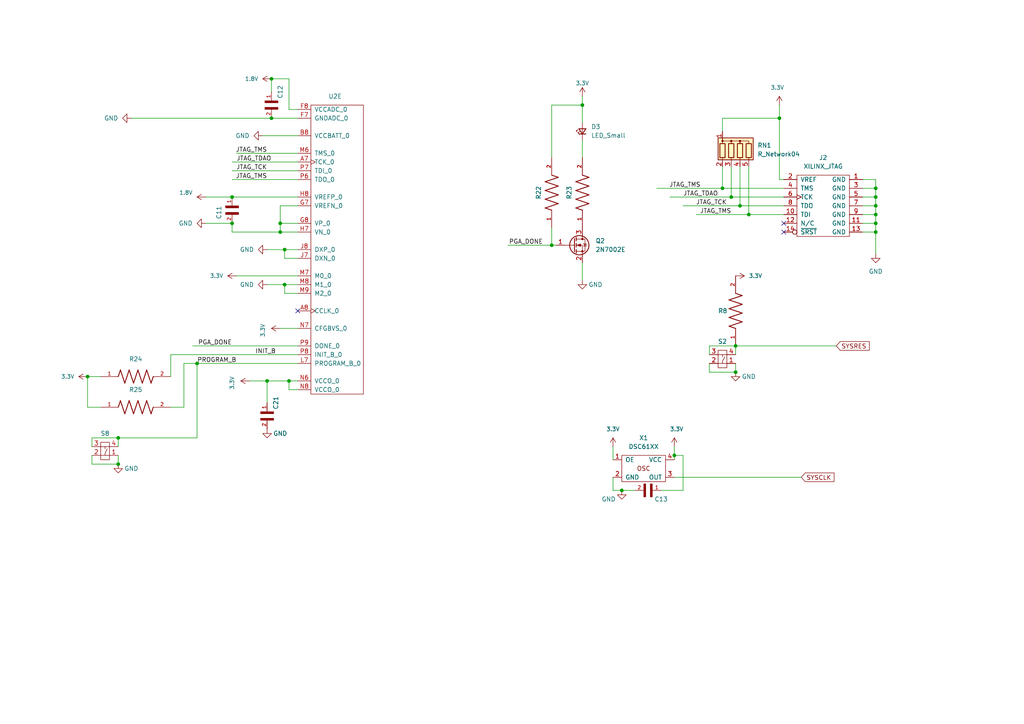
<source format=kicad_sch>
(kicad_sch (version 20211123) (generator eeschema)

  (uuid 857f9555-9e95-43ed-bc00-65ef653ded10)

  (paper "A4")

  (lib_symbols
    (symbol "C0603G104K5RACT250:C0603G104K5RACT250" (pin_names (offset 1.016)) (in_bom yes) (on_board yes)
      (property "Reference" "C" (id 0) (at 0 3.81 0)
        (effects (font (size 1.27 1.27)) (justify left bottom))
      )
      (property "Value" "C0603G104K5RACT250" (id 1) (at 0 -5.08 0)
        (effects (font (size 1.27 1.27)) (justify left bottom))
      )
      (property "Footprint" "CAPC1608X90" (id 2) (at 0 0 0)
        (effects (font (size 1.27 1.27)) (justify bottom) hide)
      )
      (property "Datasheet" "" (id 3) (at 0 0 0)
        (effects (font (size 1.27 1.27)) hide)
      )
      (symbol "C0603G104K5RACT250_0_0"
        (rectangle (start 0 -1.905) (end 0.635 1.905)
          (stroke (width 0.1) (type default) (color 0 0 0 0))
          (fill (type outline))
        )
        (rectangle (start 1.905 -1.905) (end 2.54 1.905)
          (stroke (width 0.1) (type default) (color 0 0 0 0))
          (fill (type outline))
        )
        (pin passive line (at 5.08 0 180) (length 2.54)
          (name "~" (effects (font (size 1.016 1.016))))
          (number "1" (effects (font (size 1.016 1.016))))
        )
        (pin passive line (at -2.54 0 0) (length 2.54)
          (name "~" (effects (font (size 1.016 1.016))))
          (number "2" (effects (font (size 1.016 1.016))))
        )
      )
    )
    (symbol "Device:LED_Small" (pin_numbers hide) (pin_names (offset 0.254) hide) (in_bom yes) (on_board yes)
      (property "Reference" "D" (id 0) (at -1.27 3.175 0)
        (effects (font (size 1.27 1.27)) (justify left))
      )
      (property "Value" "LED_Small" (id 1) (at -4.445 -2.54 0)
        (effects (font (size 1.27 1.27)) (justify left))
      )
      (property "Footprint" "" (id 2) (at 0 0 90)
        (effects (font (size 1.27 1.27)) hide)
      )
      (property "Datasheet" "~" (id 3) (at 0 0 90)
        (effects (font (size 1.27 1.27)) hide)
      )
      (property "ki_keywords" "LED diode light-emitting-diode" (id 4) (at 0 0 0)
        (effects (font (size 1.27 1.27)) hide)
      )
      (property "ki_description" "Light emitting diode, small symbol" (id 5) (at 0 0 0)
        (effects (font (size 1.27 1.27)) hide)
      )
      (property "ki_fp_filters" "LED* LED_SMD:* LED_THT:*" (id 6) (at 0 0 0)
        (effects (font (size 1.27 1.27)) hide)
      )
      (symbol "LED_Small_0_1"
        (polyline
          (pts
            (xy -0.762 -1.016)
            (xy -0.762 1.016)
          )
          (stroke (width 0.254) (type default) (color 0 0 0 0))
          (fill (type none))
        )
        (polyline
          (pts
            (xy 1.016 0)
            (xy -0.762 0)
          )
          (stroke (width 0) (type default) (color 0 0 0 0))
          (fill (type none))
        )
        (polyline
          (pts
            (xy 0.762 -1.016)
            (xy -0.762 0)
            (xy 0.762 1.016)
            (xy 0.762 -1.016)
          )
          (stroke (width 0.254) (type default) (color 0 0 0 0))
          (fill (type none))
        )
        (polyline
          (pts
            (xy 0 0.762)
            (xy -0.508 1.27)
            (xy -0.254 1.27)
            (xy -0.508 1.27)
            (xy -0.508 1.016)
          )
          (stroke (width 0) (type default) (color 0 0 0 0))
          (fill (type none))
        )
        (polyline
          (pts
            (xy 0.508 1.27)
            (xy 0 1.778)
            (xy 0.254 1.778)
            (xy 0 1.778)
            (xy 0 1.524)
          )
          (stroke (width 0) (type default) (color 0 0 0 0))
          (fill (type none))
        )
      )
      (symbol "LED_Small_1_1"
        (pin passive line (at -2.54 0 0) (length 1.778)
          (name "K" (effects (font (size 1.27 1.27))))
          (number "1" (effects (font (size 1.27 1.27))))
        )
        (pin passive line (at 2.54 0 180) (length 1.778)
          (name "A" (effects (font (size 1.27 1.27))))
          (number "2" (effects (font (size 1.27 1.27))))
        )
      )
    )
    (symbol "Device:R_Network04" (pin_names (offset 0) hide) (in_bom yes) (on_board yes)
      (property "Reference" "RN" (id 0) (at -7.62 0 90)
        (effects (font (size 1.27 1.27)))
      )
      (property "Value" "R_Network04" (id 1) (at 5.08 0 90)
        (effects (font (size 1.27 1.27)))
      )
      (property "Footprint" "Resistor_THT:R_Array_SIP5" (id 2) (at 6.985 0 90)
        (effects (font (size 1.27 1.27)) hide)
      )
      (property "Datasheet" "http://www.vishay.com/docs/31509/csc.pdf" (id 3) (at 0 0 0)
        (effects (font (size 1.27 1.27)) hide)
      )
      (property "ki_keywords" "R network star-topology" (id 4) (at 0 0 0)
        (effects (font (size 1.27 1.27)) hide)
      )
      (property "ki_description" "4 resistor network, star topology, bussed resistors, small symbol" (id 5) (at 0 0 0)
        (effects (font (size 1.27 1.27)) hide)
      )
      (property "ki_fp_filters" "R?Array?SIP*" (id 6) (at 0 0 0)
        (effects (font (size 1.27 1.27)) hide)
      )
      (symbol "R_Network04_0_1"
        (rectangle (start -6.35 -3.175) (end 3.81 3.175)
          (stroke (width 0.254) (type default) (color 0 0 0 0))
          (fill (type background))
        )
        (rectangle (start -5.842 1.524) (end -4.318 -2.54)
          (stroke (width 0.254) (type default) (color 0 0 0 0))
          (fill (type none))
        )
        (circle (center -5.08 2.286) (radius 0.254)
          (stroke (width 0) (type default) (color 0 0 0 0))
          (fill (type outline))
        )
        (rectangle (start -3.302 1.524) (end -1.778 -2.54)
          (stroke (width 0.254) (type default) (color 0 0 0 0))
          (fill (type none))
        )
        (circle (center -2.54 2.286) (radius 0.254)
          (stroke (width 0) (type default) (color 0 0 0 0))
          (fill (type outline))
        )
        (rectangle (start -0.762 1.524) (end 0.762 -2.54)
          (stroke (width 0.254) (type default) (color 0 0 0 0))
          (fill (type none))
        )
        (polyline
          (pts
            (xy -5.08 -2.54)
            (xy -5.08 -3.81)
          )
          (stroke (width 0) (type default) (color 0 0 0 0))
          (fill (type none))
        )
        (polyline
          (pts
            (xy -2.54 -2.54)
            (xy -2.54 -3.81)
          )
          (stroke (width 0) (type default) (color 0 0 0 0))
          (fill (type none))
        )
        (polyline
          (pts
            (xy 0 -2.54)
            (xy 0 -3.81)
          )
          (stroke (width 0) (type default) (color 0 0 0 0))
          (fill (type none))
        )
        (polyline
          (pts
            (xy 2.54 -2.54)
            (xy 2.54 -3.81)
          )
          (stroke (width 0) (type default) (color 0 0 0 0))
          (fill (type none))
        )
        (polyline
          (pts
            (xy -5.08 1.524)
            (xy -5.08 2.286)
            (xy -2.54 2.286)
            (xy -2.54 1.524)
          )
          (stroke (width 0) (type default) (color 0 0 0 0))
          (fill (type none))
        )
        (polyline
          (pts
            (xy -2.54 1.524)
            (xy -2.54 2.286)
            (xy 0 2.286)
            (xy 0 1.524)
          )
          (stroke (width 0) (type default) (color 0 0 0 0))
          (fill (type none))
        )
        (polyline
          (pts
            (xy 0 1.524)
            (xy 0 2.286)
            (xy 2.54 2.286)
            (xy 2.54 1.524)
          )
          (stroke (width 0) (type default) (color 0 0 0 0))
          (fill (type none))
        )
        (circle (center 0 2.286) (radius 0.254)
          (stroke (width 0) (type default) (color 0 0 0 0))
          (fill (type outline))
        )
        (rectangle (start 1.778 1.524) (end 3.302 -2.54)
          (stroke (width 0.254) (type default) (color 0 0 0 0))
          (fill (type none))
        )
      )
      (symbol "R_Network04_1_1"
        (pin passive line (at -5.08 5.08 270) (length 2.54)
          (name "common" (effects (font (size 1.27 1.27))))
          (number "1" (effects (font (size 1.27 1.27))))
        )
        (pin passive line (at -5.08 -5.08 90) (length 1.27)
          (name "R1" (effects (font (size 1.27 1.27))))
          (number "2" (effects (font (size 1.27 1.27))))
        )
        (pin passive line (at -2.54 -5.08 90) (length 1.27)
          (name "R2" (effects (font (size 1.27 1.27))))
          (number "3" (effects (font (size 1.27 1.27))))
        )
        (pin passive line (at 0 -5.08 90) (length 1.27)
          (name "R3" (effects (font (size 1.27 1.27))))
          (number "4" (effects (font (size 1.27 1.27))))
        )
        (pin passive line (at 2.54 -5.08 90) (length 1.27)
          (name "R4" (effects (font (size 1.27 1.27))))
          (number "5" (effects (font (size 1.27 1.27))))
        )
      )
    )
    (symbol "ERJ3EKF3300V:ERJ3EKF3300V" (pin_names (offset 1.016)) (in_bom yes) (on_board yes)
      (property "Reference" "R" (id 0) (at -7.624 2.541 0)
        (effects (font (size 1.27 1.27)) (justify left bottom))
      )
      (property "Value" "ERJ3EKF3300V" (id 1) (at -7.624 -5.087 0)
        (effects (font (size 1.27 1.27)) (justify left top))
      )
      (property "Footprint" "RES_ERJ3EKF3300V" (id 2) (at 0 0 0)
        (effects (font (size 1.27 1.27)) (justify bottom) hide)
      )
      (property "Datasheet" "" (id 3) (at 0 0 0)
        (effects (font (size 1.27 1.27)) hide)
      )
      (property "PARTREV" "3/1/2020" (id 4) (at 0 0 0)
        (effects (font (size 1.27 1.27)) (justify bottom) hide)
      )
      (property "STANDARD" "Manufacturer Recommendations" (id 5) (at 0 0 0)
        (effects (font (size 1.27 1.27)) (justify bottom) hide)
      )
      (property "MAXIMUM_PACKAGE_HEIGHT" "0.45 mm" (id 6) (at 0 0 0)
        (effects (font (size 1.27 1.27)) (justify bottom) hide)
      )
      (property "MANUFACTURER" "Panasonic" (id 7) (at 0 0 0)
        (effects (font (size 1.27 1.27)) (justify bottom) hide)
      )
      (symbol "ERJ3EKF3300V_0_0"
        (polyline
          (pts
            (xy -5.08 0)
            (xy -4.445 1.905)
          )
          (stroke (width 0.254) (type default) (color 0 0 0 0))
          (fill (type none))
        )
        (polyline
          (pts
            (xy -4.445 1.905)
            (xy -3.175 -1.905)
          )
          (stroke (width 0.254) (type default) (color 0 0 0 0))
          (fill (type none))
        )
        (polyline
          (pts
            (xy -3.175 -1.905)
            (xy -1.905 1.905)
          )
          (stroke (width 0.254) (type default) (color 0 0 0 0))
          (fill (type none))
        )
        (polyline
          (pts
            (xy -1.905 1.905)
            (xy -0.635 -1.905)
          )
          (stroke (width 0.254) (type default) (color 0 0 0 0))
          (fill (type none))
        )
        (polyline
          (pts
            (xy -0.635 -1.905)
            (xy 0.635 1.905)
          )
          (stroke (width 0.254) (type default) (color 0 0 0 0))
          (fill (type none))
        )
        (polyline
          (pts
            (xy 0.635 1.905)
            (xy 1.905 -1.905)
          )
          (stroke (width 0.254) (type default) (color 0 0 0 0))
          (fill (type none))
        )
        (polyline
          (pts
            (xy 1.905 -1.905)
            (xy 3.175 1.905)
          )
          (stroke (width 0.254) (type default) (color 0 0 0 0))
          (fill (type none))
        )
        (polyline
          (pts
            (xy 3.175 1.905)
            (xy 4.445 -1.905)
          )
          (stroke (width 0.254) (type default) (color 0 0 0 0))
          (fill (type none))
        )
        (polyline
          (pts
            (xy 4.445 -1.905)
            (xy 5.08 0)
          )
          (stroke (width 0.254) (type default) (color 0 0 0 0))
          (fill (type none))
        )
        (pin passive line (at -10.16 0 0) (length 5.08)
          (name "~" (effects (font (size 1.016 1.016))))
          (number "1" (effects (font (size 1.016 1.016))))
        )
        (pin passive line (at 10.16 0 180) (length 5.08)
          (name "~" (effects (font (size 1.016 1.016))))
          (number "2" (effects (font (size 1.016 1.016))))
        )
      )
    )
    (symbol "FPGA_project_parts:B3FS_1010P" (pin_names (offset 1.016) hide) (in_bom yes) (on_board yes)
      (property "Reference" "S" (id 0) (at 0 3.81 0)
        (effects (font (size 1.27 1.27)))
      )
      (property "Value" "B3FS_1010P" (id 1) (at 0 -3.81 0)
        (effects (font (size 1.27 1.27)))
      )
      (property "Footprint" "my_parts:B3FS_1010P" (id 2) (at 0 0 0)
        (effects (font (size 1.27 1.27)) hide)
      )
      (property "Datasheet" "" (id 3) (at 0 0 0)
        (effects (font (size 1.27 1.27)) hide)
      )
      (symbol "B3FS_1010P_0_1"
        (rectangle (start -1.27 2.54) (end 1.27 -2.54)
          (stroke (width 0) (type default) (color 0 0 0 0))
          (fill (type none))
        )
        (polyline
          (pts
            (xy -1.27 -1.27)
            (xy 1.27 -1.27)
          )
          (stroke (width 0) (type default) (color 0 0 0 0))
          (fill (type none))
        )
        (polyline
          (pts
            (xy -1.27 1.27)
            (xy 1.27 1.27)
          )
          (stroke (width 0) (type default) (color 0 0 0 0))
          (fill (type none))
        )
        (polyline
          (pts
            (xy 0 1.27)
            (xy 0 0.635)
          )
          (stroke (width 0) (type default) (color 0 0 0 0))
          (fill (type none))
        )
        (polyline
          (pts
            (xy 0 -1.27)
            (xy 0 -0.635)
            (xy 0.635 0.635)
          )
          (stroke (width 0) (type default) (color 0 0 0 0))
          (fill (type none))
        )
      )
      (symbol "B3FS_1010P_1_1"
        (pin input line (at 3.81 -1.27 180) (length 2.54)
          (name "1" (effects (font (size 1.27 1.27))))
          (number "1" (effects (font (size 1.27 1.27))))
        )
        (pin input line (at -3.81 -1.27 0) (length 2.54)
          (name "2" (effects (font (size 1.27 1.27))))
          (number "2" (effects (font (size 1.27 1.27))))
        )
        (pin input line (at -3.81 1.27 0) (length 2.54)
          (name "3" (effects (font (size 1.27 1.27))))
          (number "3" (effects (font (size 1.27 1.27))))
        )
        (pin input line (at 3.81 1.27 180) (length 2.54)
          (name "4" (effects (font (size 1.27 1.27))))
          (number "4" (effects (font (size 1.27 1.27))))
        )
      )
    )
    (symbol "FPGA_project_parts:DSC61XX" (pin_names (offset 1.016)) (in_bom yes) (on_board yes)
      (property "Reference" "X" (id 0) (at 0 5.08 0)
        (effects (font (size 1.27 1.27)))
      )
      (property "Value" "DSC61XX" (id 1) (at 0 -5.08 0)
        (effects (font (size 1.27 1.27)))
      )
      (property "Footprint" "Oscillator:Oscillator_SMD_Abracon_ASE-4Pin_3.2x2.5mm_HandSoldering" (id 2) (at 0 0 0)
        (effects (font (size 1.27 1.27)) hide)
      )
      (property "Datasheet" "" (id 3) (at 0 0 0)
        (effects (font (size 1.27 1.27)) hide)
      )
      (symbol "DSC61XX_0_0"
        (text "OSC" (at 0 0 0)
          (effects (font (size 1.27 1.27)))
        )
      )
      (symbol "DSC61XX_0_1"
        (rectangle (start 6.35 -3.81) (end -6.35 3.81)
          (stroke (width 0) (type default) (color 0 0 0 0))
          (fill (type none))
        )
      )
      (symbol "DSC61XX_1_1"
        (pin input line (at -8.89 2.54 0) (length 2.54)
          (name "OE" (effects (font (size 1.27 1.27))))
          (number "1" (effects (font (size 1.27 1.27))))
        )
        (pin power_in line (at -8.89 -2.54 0) (length 2.54)
          (name "GND" (effects (font (size 1.27 1.27))))
          (number "2" (effects (font (size 1.27 1.27))))
        )
        (pin output line (at 8.89 -2.54 180) (length 2.54)
          (name "OUT" (effects (font (size 1.27 1.27))))
          (number "3" (effects (font (size 1.27 1.27))))
        )
        (pin power_in line (at 8.89 2.54 180) (length 2.54)
          (name "VCC" (effects (font (size 1.27 1.27))))
          (number "4" (effects (font (size 1.27 1.27))))
        )
      )
    )
    (symbol "FPGA_project_parts:XC7S50-FTGB196" (pin_names (offset 1.016)) (in_bom yes) (on_board yes)
      (property "Reference" "U" (id 0) (at -1.27 69.85 0)
        (effects (font (size 1.27 1.27)))
      )
      (property "Value" "XC7S50-FTGB196" (id 1) (at 0 -69.85 0)
        (effects (font (size 1.27 1.27)))
      )
      (property "Footprint" "Package_BGA:Xilinx_FTGB196" (id 2) (at -6.35 0 0)
        (effects (font (size 1.27 1.27)) hide)
      )
      (property "Datasheet" "" (id 3) (at -6.35 0 0)
        (effects (font (size 1.27 1.27)) hide)
      )
      (property "ki_locked" "" (id 4) (at 0 0 0)
        (effects (font (size 1.27 1.27)))
      )
      (symbol "XC7S50-FTGB196_1_1"
        (rectangle (start -7.62 31.75) (end 7.62 -31.75)
          (stroke (width 0) (type default) (color 0 0 0 0))
          (fill (type none))
        )
        (pin power_in line (at -11.43 30.48 0) (length 3.81)
          (name "GND" (effects (font (size 1.27 1.27))))
          (number "A1" (effects (font (size 1.27 1.27))))
        )
        (pin power_in line (at -11.43 22.86 0) (length 3.81)
          (name "GND" (effects (font (size 1.27 1.27))))
          (number "A11" (effects (font (size 1.27 1.27))))
        )
        (pin power_in line (at -11.43 20.32 0) (length 3.81)
          (name "GND" (effects (font (size 1.27 1.27))))
          (number "A14" (effects (font (size 1.27 1.27))))
        )
        (pin power_in line (at -11.43 27.94 0) (length 3.81)
          (name "GND" (effects (font (size 1.27 1.27))))
          (number "A6" (effects (font (size 1.27 1.27))))
        )
        (pin power_in line (at -11.43 25.4 0) (length 3.81)
          (name "GND" (effects (font (size 1.27 1.27))))
          (number "A9" (effects (font (size 1.27 1.27))))
        )
        (pin power_in line (at -11.43 17.78 0) (length 3.81)
          (name "GND" (effects (font (size 1.27 1.27))))
          (number "B4" (effects (font (size 1.27 1.27))))
        )
        (pin power_in line (at -11.43 15.24 0) (length 3.81)
          (name "GND" (effects (font (size 1.27 1.27))))
          (number "B7" (effects (font (size 1.27 1.27))))
        )
        (pin power_in line (at -11.43 12.7 0) (length 3.81)
          (name "GND" (effects (font (size 1.27 1.27))))
          (number "B9" (effects (font (size 1.27 1.27))))
        )
        (pin power_in line (at -11.43 -2.54 0) (length 3.81)
          (name "GND" (effects (font (size 1.27 1.27))))
          (number "C13" (effects (font (size 1.27 1.27))))
        )
        (pin power_in line (at -11.43 10.16 0) (length 3.81)
          (name "GND" (effects (font (size 1.27 1.27))))
          (number "C2" (effects (font (size 1.27 1.27))))
        )
        (pin power_in line (at -11.43 7.62 0) (length 3.81)
          (name "GND" (effects (font (size 1.27 1.27))))
          (number "C6" (effects (font (size 1.27 1.27))))
        )
        (pin power_in line (at -11.43 5.08 0) (length 3.81)
          (name "GND" (effects (font (size 1.27 1.27))))
          (number "C7" (effects (font (size 1.27 1.27))))
        )
        (pin power_in line (at -11.43 2.54 0) (length 3.81)
          (name "GND" (effects (font (size 1.27 1.27))))
          (number "C8" (effects (font (size 1.27 1.27))))
        )
        (pin power_in line (at -11.43 0 0) (length 3.81)
          (name "GND" (effects (font (size 1.27 1.27))))
          (number "C9" (effects (font (size 1.27 1.27))))
        )
        (pin power_in line (at -11.43 -12.7 0) (length 3.81)
          (name "GND" (effects (font (size 1.27 1.27))))
          (number "D11" (effects (font (size 1.27 1.27))))
        )
        (pin power_in line (at -11.43 -5.08 0) (length 3.81)
          (name "GND" (effects (font (size 1.27 1.27))))
          (number "D5" (effects (font (size 1.27 1.27))))
        )
        (pin power_in line (at -11.43 -7.62 0) (length 3.81)
          (name "GND" (effects (font (size 1.27 1.27))))
          (number "D7" (effects (font (size 1.27 1.27))))
        )
        (pin power_in line (at -11.43 -10.16 0) (length 3.81)
          (name "GND" (effects (font (size 1.27 1.27))))
          (number "D9" (effects (font (size 1.27 1.27))))
        )
        (pin power_in line (at -11.43 -15.24 0) (length 3.81)
          (name "GND" (effects (font (size 1.27 1.27))))
          (number "E1" (effects (font (size 1.27 1.27))))
        )
        (pin power_in line (at -11.43 -25.4 0) (length 3.81)
          (name "GND" (effects (font (size 1.27 1.27))))
          (number "E10" (effects (font (size 1.27 1.27))))
        )
        (pin power_in line (at -11.43 -27.94 0) (length 3.81)
          (name "GND" (effects (font (size 1.27 1.27))))
          (number "E14" (effects (font (size 1.27 1.27))))
        )
        (pin power_in line (at -11.43 -17.78 0) (length 3.81)
          (name "GND" (effects (font (size 1.27 1.27))))
          (number "E3" (effects (font (size 1.27 1.27))))
        )
        (pin power_in line (at -11.43 -20.32 0) (length 3.81)
          (name "GND" (effects (font (size 1.27 1.27))))
          (number "E6" (effects (font (size 1.27 1.27))))
        )
        (pin power_in line (at -11.43 -22.86 0) (length 3.81)
          (name "GND" (effects (font (size 1.27 1.27))))
          (number "E8" (effects (font (size 1.27 1.27))))
        )
        (pin power_in line (at 11.43 20.32 180) (length 3.81)
          (name "GND" (effects (font (size 1.27 1.27))))
          (number "F5" (effects (font (size 1.27 1.27))))
        )
        (pin power_in line (at 11.43 22.86 180) (length 3.81)
          (name "GND" (effects (font (size 1.27 1.27))))
          (number "F9" (effects (font (size 1.27 1.27))))
        )
        (pin power_in line (at 11.43 30.48 180) (length 3.81)
          (name "GND" (effects (font (size 1.27 1.27))))
          (number "G10" (effects (font (size 1.27 1.27))))
        )
        (pin power_in line (at -11.43 -30.48 0) (length 3.81)
          (name "GND" (effects (font (size 1.27 1.27))))
          (number "G12" (effects (font (size 1.27 1.27))))
        )
        (pin power_in line (at 11.43 25.4 180) (length 3.81)
          (name "GND" (effects (font (size 1.27 1.27))))
          (number "G3" (effects (font (size 1.27 1.27))))
        )
        (pin power_in line (at 11.43 27.94 180) (length 3.81)
          (name "GND" (effects (font (size 1.27 1.27))))
          (number "G6" (effects (font (size 1.27 1.27))))
        )
        (pin power_in line (at 11.43 0 180) (length 3.81)
          (name "GND" (effects (font (size 1.27 1.27))))
          (number "H5" (effects (font (size 1.27 1.27))))
        )
        (pin power_in line (at 11.43 2.54 180) (length 3.81)
          (name "GND" (effects (font (size 1.27 1.27))))
          (number "H9" (effects (font (size 1.27 1.27))))
        )
        (pin power_in line (at 11.43 7.62 180) (length 3.81)
          (name "GND" (effects (font (size 1.27 1.27))))
          (number "J10" (effects (font (size 1.27 1.27))))
        )
        (pin power_in line (at 11.43 5.08 180) (length 3.81)
          (name "GND" (effects (font (size 1.27 1.27))))
          (number "J6" (effects (font (size 1.27 1.27))))
        )
        (pin power_in line (at 11.43 10.16 180) (length 3.81)
          (name "GND" (effects (font (size 1.27 1.27))))
          (number "K1" (effects (font (size 1.27 1.27))))
        )
        (pin power_in line (at 11.43 -2.54 180) (length 3.81)
          (name "GND" (effects (font (size 1.27 1.27))))
          (number "K14" (effects (font (size 1.27 1.27))))
        )
        (pin power_in line (at 11.43 12.7 180) (length 3.81)
          (name "GND" (effects (font (size 1.27 1.27))))
          (number "K5" (effects (font (size 1.27 1.27))))
        )
        (pin power_in line (at 11.43 15.24 180) (length 3.81)
          (name "GND" (effects (font (size 1.27 1.27))))
          (number "K7" (effects (font (size 1.27 1.27))))
        )
        (pin power_in line (at 11.43 17.78 180) (length 3.81)
          (name "GND" (effects (font (size 1.27 1.27))))
          (number "K9" (effects (font (size 1.27 1.27))))
        )
        (pin power_in line (at 11.43 -12.7 180) (length 3.81)
          (name "GND" (effects (font (size 1.27 1.27))))
          (number "L10" (effects (font (size 1.27 1.27))))
        )
        (pin power_in line (at 11.43 -15.24 180) (length 3.81)
          (name "GND" (effects (font (size 1.27 1.27))))
          (number "L11" (effects (font (size 1.27 1.27))))
        )
        (pin power_in line (at 11.43 -5.08 180) (length 3.81)
          (name "GND" (effects (font (size 1.27 1.27))))
          (number "L4" (effects (font (size 1.27 1.27))))
        )
        (pin power_in line (at 11.43 -7.62 180) (length 3.81)
          (name "GND" (effects (font (size 1.27 1.27))))
          (number "L6" (effects (font (size 1.27 1.27))))
        )
        (pin power_in line (at 11.43 -10.16 180) (length 3.81)
          (name "GND" (effects (font (size 1.27 1.27))))
          (number "L8" (effects (font (size 1.27 1.27))))
        )
        (pin power_in line (at 11.43 -25.4 180) (length 3.81)
          (name "GND" (effects (font (size 1.27 1.27))))
          (number "N12" (effects (font (size 1.27 1.27))))
        )
        (pin power_in line (at 11.43 -17.78 180) (length 3.81)
          (name "GND" (effects (font (size 1.27 1.27))))
          (number "N3" (effects (font (size 1.27 1.27))))
        )
        (pin power_in line (at 11.43 -20.32 180) (length 3.81)
          (name "GND" (effects (font (size 1.27 1.27))))
          (number "N5" (effects (font (size 1.27 1.27))))
        )
        (pin power_in line (at 11.43 -22.86 180) (length 3.81)
          (name "GND" (effects (font (size 1.27 1.27))))
          (number "N9" (effects (font (size 1.27 1.27))))
        )
        (pin power_in line (at 11.43 -27.94 180) (length 3.81)
          (name "GND" (effects (font (size 1.27 1.27))))
          (number "P1" (effects (font (size 1.27 1.27))))
        )
        (pin power_in line (at 11.43 -30.48 180) (length 3.81)
          (name "GND" (effects (font (size 1.27 1.27))))
          (number "P14" (effects (font (size 1.27 1.27))))
        )
      )
      (symbol "XC7S50-FTGB196_2_1"
        (rectangle (start 10.16 12.7) (end -11.43 -12.7)
          (stroke (width 0) (type default) (color 0 0 0 0))
          (fill (type none))
        )
        (pin power_in line (at 13.97 11.43 180) (length 3.81)
          (name "VCCINT" (effects (font (size 1.27 1.27))))
          (number "D6" (effects (font (size 1.27 1.27))))
        )
        (pin power_in line (at 13.97 8.89 180) (length 3.81)
          (name "VCCINT" (effects (font (size 1.27 1.27))))
          (number "D8" (effects (font (size 1.27 1.27))))
        )
        (pin power_in line (at -15.24 -6.35 0) (length 3.81)
          (name "VCCBRAM" (effects (font (size 1.27 1.27))))
          (number "E5" (effects (font (size 1.27 1.27))))
        )
        (pin power_in line (at 13.97 6.35 180) (length 3.81)
          (name "VCCINT" (effects (font (size 1.27 1.27))))
          (number "E7" (effects (font (size 1.27 1.27))))
        )
        (pin power_in line (at 13.97 3.81 180) (length 3.81)
          (name "VCCINT" (effects (font (size 1.27 1.27))))
          (number "E9" (effects (font (size 1.27 1.27))))
        )
        (pin power_in line (at -15.24 11.43 0) (length 3.81)
          (name "VCCAUX" (effects (font (size 1.27 1.27))))
          (number "F10" (effects (font (size 1.27 1.27))))
        )
        (pin power_in line (at 13.97 1.27 180) (length 3.81)
          (name "VCCINT" (effects (font (size 1.27 1.27))))
          (number "F6" (effects (font (size 1.27 1.27))))
        )
        (pin power_in line (at -15.24 -8.89 0) (length 3.81)
          (name "VCCBRAM" (effects (font (size 1.27 1.27))))
          (number "G5" (effects (font (size 1.27 1.27))))
        )
        (pin power_in line (at 13.97 -1.27 180) (length 3.81)
          (name "VCCINT" (effects (font (size 1.27 1.27))))
          (number "G9" (effects (font (size 1.27 1.27))))
        )
        (pin power_in line (at -15.24 8.89 0) (length 3.81)
          (name "VCCAUX" (effects (font (size 1.27 1.27))))
          (number "H10" (effects (font (size 1.27 1.27))))
        )
        (pin power_in line (at 13.97 -3.81 180) (length 3.81)
          (name "VCCINT" (effects (font (size 1.27 1.27))))
          (number "H6" (effects (font (size 1.27 1.27))))
        )
        (pin power_in line (at -15.24 -11.43 0) (length 3.81)
          (name "VCCBRAM" (effects (font (size 1.27 1.27))))
          (number "J5" (effects (font (size 1.27 1.27))))
        )
        (pin power_in line (at 13.97 -6.35 180) (length 3.81)
          (name "VCCINT" (effects (font (size 1.27 1.27))))
          (number "J9" (effects (font (size 1.27 1.27))))
        )
        (pin power_in line (at -15.24 6.35 0) (length 3.81)
          (name "VCCAUX" (effects (font (size 1.27 1.27))))
          (number "K10" (effects (font (size 1.27 1.27))))
        )
        (pin power_in line (at 13.97 -8.89 180) (length 3.81)
          (name "VCCINT" (effects (font (size 1.27 1.27))))
          (number "K6" (effects (font (size 1.27 1.27))))
        )
        (pin power_in line (at 13.97 -11.43 180) (length 3.81)
          (name "VCCINT" (effects (font (size 1.27 1.27))))
          (number "K8" (effects (font (size 1.27 1.27))))
        )
        (pin power_in line (at -15.24 3.81 0) (length 3.81)
          (name "VCCAUX" (effects (font (size 1.27 1.27))))
          (number "L9" (effects (font (size 1.27 1.27))))
        )
      )
      (symbol "XC7S50-FTGB196_3_1"
        (rectangle (start -17.78 68.58) (end 17.78 -68.58)
          (stroke (width 0) (type default) (color 0 0 0 0))
          (fill (type none))
        )
        (pin bidirectional line (at -21.59 52.07 0) (length 3.81)
          (name "IO_L3N_T0_DQS_EMCCLK_14" (effects (font (size 1.27 1.27))))
          (number "A10" (effects (font (size 1.27 1.27))))
        )
        (pin bidirectional line (at -21.59 49.53 0) (length 3.81)
          (name "IO_L4P_T0_D04_14" (effects (font (size 1.27 1.27))))
          (number "A12" (effects (font (size 1.27 1.27))))
        )
        (pin bidirectional line (at -21.59 46.99 0) (length 3.81)
          (name "IO_L4N_T0_D05_14" (effects (font (size 1.27 1.27))))
          (number "A13" (effects (font (size 1.27 1.27))))
        )
        (pin bidirectional line (at -21.59 54.61 0) (length 3.81)
          (name "IO_L3P_T0_DQS_PUDC_B_14" (effects (font (size 1.27 1.27))))
          (number "B10" (effects (font (size 1.27 1.27))))
        )
        (pin bidirectional line (at -21.59 64.77 0) (length 3.81)
          (name "IO_L1P_T0_D00_MOSI_14" (effects (font (size 1.27 1.27))))
          (number "B11" (effects (font (size 1.27 1.27))))
        )
        (pin bidirectional line (at -21.59 62.23 0) (length 3.81)
          (name "IO_L1N_T0_D01_DIN_14" (effects (font (size 1.27 1.27))))
          (number "B12" (effects (font (size 1.27 1.27))))
        )
        (pin bidirectional line (at -21.59 44.45 0) (length 3.81)
          (name "IO_L5P_T0_D06_14" (effects (font (size 1.27 1.27))))
          (number "B13" (effects (font (size 1.27 1.27))))
        )
        (pin bidirectional line (at -21.59 41.91 0) (length 3.81)
          (name "IO_L5N_T0_D07_14" (effects (font (size 1.27 1.27))))
          (number "B14" (effects (font (size 1.27 1.27))))
        )
        (pin bidirectional line (at -21.59 57.15 0) (length 3.81)
          (name "IO_L2N_T0_D03_14" (effects (font (size 1.27 1.27))))
          (number "C10" (effects (font (size 1.27 1.27))))
        )
        (pin bidirectional line (at -21.59 39.37 0) (length 3.81)
          (name "IO_L6P_T0_FCS_B_14" (effects (font (size 1.27 1.27))))
          (number "C11" (effects (font (size 1.27 1.27))))
        )
        (pin bidirectional line (at -21.59 36.83 0) (length 3.81)
          (name "IO_L6N_T0_D08_VREF_14" (effects (font (size 1.27 1.27))))
          (number "C12" (effects (font (size 1.27 1.27))))
        )
        (pin bidirectional line (at -21.59 11.43 0) (length 3.81)
          (name "IO_L11N_T1_SRCC_14" (effects (font (size 1.27 1.27))))
          (number "C14" (effects (font (size 1.27 1.27))))
        )
        (pin bidirectional line (at -21.59 59.69 0) (length 3.81)
          (name "IO_L2P_T0_D02_14" (effects (font (size 1.27 1.27))))
          (number "D10" (effects (font (size 1.27 1.27))))
        )
        (pin bidirectional line (at -21.59 29.21 0) (length 3.81)
          (name "IO_L8P_T1_D11_14" (effects (font (size 1.27 1.27))))
          (number "D12" (effects (font (size 1.27 1.27))))
        )
        (pin bidirectional line (at -21.59 26.67 0) (length 3.81)
          (name "IO_L8N_T1_D12_14" (effects (font (size 1.27 1.27))))
          (number "D13" (effects (font (size 1.27 1.27))))
        )
        (pin bidirectional line (at -21.59 13.97 0) (length 3.81)
          (name "IO_L11P_T1_SRCC_14" (effects (font (size 1.27 1.27))))
          (number "D14" (effects (font (size 1.27 1.27))))
        )
        (pin bidirectional line (at -21.59 67.31 0) (length 3.81)
          (name "IO_0_14" (effects (font (size 1.27 1.27))))
          (number "E11" (effects (font (size 1.27 1.27))))
        )
        (pin bidirectional line (at -21.59 31.75 0) (length 3.81)
          (name "IO_L7N_T1_D10_14" (effects (font (size 1.27 1.27))))
          (number "E12" (effects (font (size 1.27 1.27))))
        )
        (pin bidirectional line (at -21.59 16.51 0) (length 3.81)
          (name "IO_L10N_T1_D15_14" (effects (font (size 1.27 1.27))))
          (number "E13" (effects (font (size 1.27 1.27))))
        )
        (pin bidirectional line (at -21.59 6.35 0) (length 3.81)
          (name "IO_L12N_T1_MRCC_14" (effects (font (size 1.27 1.27))))
          (number "F11" (effects (font (size 1.27 1.27))))
        )
        (pin bidirectional line (at -21.59 34.29 0) (length 3.81)
          (name "IO_L7P_T1_D09_14" (effects (font (size 1.27 1.27))))
          (number "F12" (effects (font (size 1.27 1.27))))
        )
        (pin bidirectional line (at -21.59 19.05 0) (length 3.81)
          (name "IO_L10P_T1_D14_14" (effects (font (size 1.27 1.27))))
          (number "F13" (effects (font (size 1.27 1.27))))
        )
        (pin bidirectional line (at -21.59 21.59 0) (length 3.81)
          (name "IO_L9N_T1_DQS_D13_14" (effects (font (size 1.27 1.27))))
          (number "F14" (effects (font (size 1.27 1.27))))
        )
        (pin bidirectional line (at -21.59 8.89 0) (length 3.81)
          (name "IO_L12P_T1_MRCC_14" (effects (font (size 1.27 1.27))))
          (number "G11" (effects (font (size 1.27 1.27))))
        )
        (pin power_in line (at -21.59 -62.23 0) (length 3.81)
          (name "VCCO_14" (effects (font (size 1.27 1.27))))
          (number "G13" (effects (font (size 1.27 1.27))))
        )
        (pin bidirectional line (at -21.59 24.13 0) (length 3.81)
          (name "IO_L9P_T1_DQS_14" (effects (font (size 1.27 1.27))))
          (number "G14" (effects (font (size 1.27 1.27))))
        )
        (pin bidirectional line (at -21.59 3.81 0) (length 3.81)
          (name "IO_L13P_T2_MRCC_14" (effects (font (size 1.27 1.27))))
          (number "H11" (effects (font (size 1.27 1.27))))
        )
        (pin bidirectional line (at -21.59 1.27 0) (length 3.81)
          (name "IO_L13N_T2_MRCC_14" (effects (font (size 1.27 1.27))))
          (number "H12" (effects (font (size 1.27 1.27))))
        )
        (pin bidirectional line (at -21.59 -1.27 0) (length 3.81)
          (name "IO_L14P_T2_SRCC_14" (effects (font (size 1.27 1.27))))
          (number "H13" (effects (font (size 1.27 1.27))))
        )
        (pin bidirectional line (at -21.59 -3.81 0) (length 3.81)
          (name "IO_L14N_T2_SRCC_14" (effects (font (size 1.27 1.27))))
          (number "H14" (effects (font (size 1.27 1.27))))
        )
        (pin bidirectional line (at -21.59 -16.51 0) (length 3.81)
          (name "IO_L17P_T2_D30_14" (effects (font (size 1.27 1.27))))
          (number "J11" (effects (font (size 1.27 1.27))))
        )
        (pin bidirectional line (at -21.59 -19.05 0) (length 3.81)
          (name "IO_L17N_T2_D29_14" (effects (font (size 1.27 1.27))))
          (number "J12" (effects (font (size 1.27 1.27))))
        )
        (pin bidirectional line (at -21.59 -21.59 0) (length 3.81)
          (name "IO_L18P_T2_D28_14" (effects (font (size 1.27 1.27))))
          (number "J13" (effects (font (size 1.27 1.27))))
        )
        (pin bidirectional line (at -21.59 -24.13 0) (length 3.81)
          (name "IO_L18N_T2_D27_14" (effects (font (size 1.27 1.27))))
          (number "J14" (effects (font (size 1.27 1.27))))
        )
        (pin bidirectional line (at -21.59 -26.67 0) (length 3.81)
          (name "IO_L19P_T3_D26_14" (effects (font (size 1.27 1.27))))
          (number "K11" (effects (font (size 1.27 1.27))))
        )
        (pin bidirectional line (at -21.59 -29.21 0) (length 3.81)
          (name "IO_L19N_T3_D25_VREF_14" (effects (font (size 1.27 1.27))))
          (number "K12" (effects (font (size 1.27 1.27))))
        )
        (pin power_in line (at -21.59 -64.77 0) (length 3.81)
          (name "VCCO_14" (effects (font (size 1.27 1.27))))
          (number "K13" (effects (font (size 1.27 1.27))))
        )
        (pin bidirectional line (at -21.59 -11.43 0) (length 3.81)
          (name "IO_L16P_T2_CSI_B_14" (effects (font (size 1.27 1.27))))
          (number "L12" (effects (font (size 1.27 1.27))))
        )
        (pin bidirectional line (at -21.59 -13.97 0) (length 3.81)
          (name "IO_L16N_T2_D31_14" (effects (font (size 1.27 1.27))))
          (number "L13" (effects (font (size 1.27 1.27))))
        )
        (pin bidirectional line (at -21.59 -8.89 0) (length 3.81)
          (name "IO_L15N_T2_DQS_DOUT_CSO_B_14" (effects (font (size 1.27 1.27))))
          (number "L14" (effects (font (size 1.27 1.27))))
        )
        (pin bidirectional line (at -21.59 -57.15 0) (length 3.81)
          (name "IO_25_14" (effects (font (size 1.27 1.27))))
          (number "M10" (effects (font (size 1.27 1.27))))
        )
        (pin bidirectional line (at -21.59 -31.75 0) (length 3.81)
          (name "IO_L20P_T3_D24_14" (effects (font (size 1.27 1.27))))
          (number "M11" (effects (font (size 1.27 1.27))))
        )
        (pin bidirectional line (at -21.59 -34.29 0) (length 3.81)
          (name "IO_L20N_T3_D23_14" (effects (font (size 1.27 1.27))))
          (number "M12" (effects (font (size 1.27 1.27))))
        )
        (pin bidirectional line (at -21.59 -6.35 0) (length 3.81)
          (name "IO_L15P_T2_DQS_RDWR_B_14" (effects (font (size 1.27 1.27))))
          (number "M13" (effects (font (size 1.27 1.27))))
        )
        (pin bidirectional line (at -21.59 -39.37 0) (length 3.81)
          (name "IO_L21N_T3_DQS_D22_14" (effects (font (size 1.27 1.27))))
          (number "M14" (effects (font (size 1.27 1.27))))
        )
        (pin bidirectional line (at -21.59 -46.99 0) (length 3.81)
          (name "IO_L23P_T3_D19_14" (effects (font (size 1.27 1.27))))
          (number "N10" (effects (font (size 1.27 1.27))))
        )
        (pin bidirectional line (at -21.59 -49.53 0) (length 3.81)
          (name "IO_L23N_T3_D18_14" (effects (font (size 1.27 1.27))))
          (number "N11" (effects (font (size 1.27 1.27))))
        )
        (pin power_in line (at -21.59 -67.31 0) (length 3.81)
          (name "VCCO_14" (effects (font (size 1.27 1.27))))
          (number "N13" (effects (font (size 1.27 1.27))))
        )
        (pin bidirectional line (at -21.59 -36.83 0) (length 3.81)
          (name "IO_L21P_T3_DQS_14" (effects (font (size 1.27 1.27))))
          (number "N14" (effects (font (size 1.27 1.27))))
        )
        (pin bidirectional line (at -21.59 -52.07 0) (length 3.81)
          (name "IO_L24P_T3_D17_14" (effects (font (size 1.27 1.27))))
          (number "P10" (effects (font (size 1.27 1.27))))
        )
        (pin bidirectional line (at -21.59 -54.61 0) (length 3.81)
          (name "IO_L24N_T3_D16_14" (effects (font (size 1.27 1.27))))
          (number "P11" (effects (font (size 1.27 1.27))))
        )
        (pin bidirectional line (at -21.59 -41.91 0) (length 3.81)
          (name "IO_L22P_T3_D21_14" (effects (font (size 1.27 1.27))))
          (number "P12" (effects (font (size 1.27 1.27))))
        )
        (pin bidirectional line (at -21.59 -44.45 0) (length 3.81)
          (name "IO_L22N_T3_D20_14" (effects (font (size 1.27 1.27))))
          (number "P13" (effects (font (size 1.27 1.27))))
        )
      )
      (symbol "XC7S50-FTGB196_4_1"
        (rectangle (start -17.78 68.58) (end 17.78 -68.58)
          (stroke (width 0) (type default) (color 0 0 0 0))
          (fill (type none))
        )
        (pin bidirectional line (at -21.59 52.07 0) (length 3.81)
          (name "IO_L3N_T0_DQS_34" (effects (font (size 1.27 1.27))))
          (number "A2" (effects (font (size 1.27 1.27))))
        )
        (pin bidirectional line (at -21.59 57.15 0) (length 3.81)
          (name "IO_L2N_T0_34" (effects (font (size 1.27 1.27))))
          (number "A3" (effects (font (size 1.27 1.27))))
        )
        (pin bidirectional line (at -21.59 59.69 0) (length 3.81)
          (name "IO_L2P_T0_34" (effects (font (size 1.27 1.27))))
          (number "A4" (effects (font (size 1.27 1.27))))
        )
        (pin bidirectional line (at -21.59 46.99 0) (length 3.81)
          (name "IO_L4N_T0_34" (effects (font (size 1.27 1.27))))
          (number "A5" (effects (font (size 1.27 1.27))))
        )
        (pin bidirectional line (at -21.59 41.91 0) (length 3.81)
          (name "IO_L5N_T0_34" (effects (font (size 1.27 1.27))))
          (number "B1" (effects (font (size 1.27 1.27))))
        )
        (pin bidirectional line (at -21.59 44.45 0) (length 3.81)
          (name "IO_L5P_T0_34" (effects (font (size 1.27 1.27))))
          (number "B2" (effects (font (size 1.27 1.27))))
        )
        (pin bidirectional line (at -21.59 54.61 0) (length 3.81)
          (name "IO_L3P_T0_DQS_34" (effects (font (size 1.27 1.27))))
          (number "B3" (effects (font (size 1.27 1.27))))
        )
        (pin bidirectional line (at -21.59 49.53 0) (length 3.81)
          (name "IO_L4P_T0_34" (effects (font (size 1.27 1.27))))
          (number "B5" (effects (font (size 1.27 1.27))))
        )
        (pin bidirectional line (at -21.59 67.31 0) (length 3.81)
          (name "IO_0_34" (effects (font (size 1.27 1.27))))
          (number "B6" (effects (font (size 1.27 1.27))))
        )
        (pin bidirectional line (at -21.59 11.43 0) (length 3.81)
          (name "IO_L11N_T1_SRCC_34" (effects (font (size 1.27 1.27))))
          (number "C1" (effects (font (size 1.27 1.27))))
        )
        (pin bidirectional line (at -21.59 62.23 0) (length 3.81)
          (name "IO_L1N_T0_34" (effects (font (size 1.27 1.27))))
          (number "C3" (effects (font (size 1.27 1.27))))
        )
        (pin bidirectional line (at -21.59 36.83 0) (length 3.81)
          (name "IO_L6N_T0_VREF_34" (effects (font (size 1.27 1.27))))
          (number "C4" (effects (font (size 1.27 1.27))))
        )
        (pin bidirectional line (at -21.59 39.37 0) (length 3.81)
          (name "IO_L6P_T0_34" (effects (font (size 1.27 1.27))))
          (number "C5" (effects (font (size 1.27 1.27))))
        )
        (pin bidirectional line (at -21.59 13.97 0) (length 3.81)
          (name "IO_L11P_T1_SRCC_34" (effects (font (size 1.27 1.27))))
          (number "D1" (effects (font (size 1.27 1.27))))
        )
        (pin bidirectional line (at -21.59 16.51 0) (length 3.81)
          (name "IO_L10N_T1_34" (effects (font (size 1.27 1.27))))
          (number "D2" (effects (font (size 1.27 1.27))))
        )
        (pin bidirectional line (at -21.59 64.77 0) (length 3.81)
          (name "IO_L1P_T0_34" (effects (font (size 1.27 1.27))))
          (number "D3" (effects (font (size 1.27 1.27))))
        )
        (pin bidirectional line (at -21.59 31.75 0) (length 3.81)
          (name "IO_L7N_T1_34" (effects (font (size 1.27 1.27))))
          (number "D4" (effects (font (size 1.27 1.27))))
        )
        (pin bidirectional line (at -21.59 19.05 0) (length 3.81)
          (name "IO_L10P_T1_34" (effects (font (size 1.27 1.27))))
          (number "E2" (effects (font (size 1.27 1.27))))
        )
        (pin bidirectional line (at -21.59 34.29 0) (length 3.81)
          (name "IO_L7P_T1_34" (effects (font (size 1.27 1.27))))
          (number "E4" (effects (font (size 1.27 1.27))))
        )
        (pin bidirectional line (at -21.59 21.59 0) (length 3.81)
          (name "IO_L9N_T1_DQS_34" (effects (font (size 1.27 1.27))))
          (number "F1" (effects (font (size 1.27 1.27))))
        )
        (pin bidirectional line (at -21.59 26.67 0) (length 3.81)
          (name "IO_L8N_T1_34" (effects (font (size 1.27 1.27))))
          (number "F2" (effects (font (size 1.27 1.27))))
        )
        (pin bidirectional line (at -21.59 29.21 0) (length 3.81)
          (name "IO_L8P_T1_34" (effects (font (size 1.27 1.27))))
          (number "F3" (effects (font (size 1.27 1.27))))
        )
        (pin bidirectional line (at -21.59 6.35 0) (length 3.81)
          (name "IO_L12N_T1_MRCC_34" (effects (font (size 1.27 1.27))))
          (number "F4" (effects (font (size 1.27 1.27))))
        )
        (pin bidirectional line (at -21.59 24.13 0) (length 3.81)
          (name "IO_L9P_T1_DQS_34" (effects (font (size 1.27 1.27))))
          (number "G1" (effects (font (size 1.27 1.27))))
        )
        (pin power_in line (at -21.59 -62.23 0) (length 3.81)
          (name "VCCO_34" (effects (font (size 1.27 1.27))))
          (number "G2" (effects (font (size 1.27 1.27))))
        )
        (pin bidirectional line (at -21.59 8.89 0) (length 3.81)
          (name "IO_L12P_T1_MRCC_34" (effects (font (size 1.27 1.27))))
          (number "G4" (effects (font (size 1.27 1.27))))
        )
        (pin bidirectional line (at -21.59 -3.81 0) (length 3.81)
          (name "IO_L14N_T2_SRCC_34" (effects (font (size 1.27 1.27))))
          (number "H1" (effects (font (size 1.27 1.27))))
        )
        (pin bidirectional line (at -21.59 -1.27 0) (length 3.81)
          (name "IO_L14P_T2_SRCC_34" (effects (font (size 1.27 1.27))))
          (number "H2" (effects (font (size 1.27 1.27))))
        )
        (pin bidirectional line (at -21.59 1.27 0) (length 3.81)
          (name "IO_L13N_T2_MRCC_34" (effects (font (size 1.27 1.27))))
          (number "H3" (effects (font (size 1.27 1.27))))
        )
        (pin bidirectional line (at -21.59 3.81 0) (length 3.81)
          (name "IO_L13P_T2_MRCC_34" (effects (font (size 1.27 1.27))))
          (number "H4" (effects (font (size 1.27 1.27))))
        )
        (pin bidirectional line (at -21.59 -8.89 0) (length 3.81)
          (name "IO_L15N_T2_DQS_34" (effects (font (size 1.27 1.27))))
          (number "J1" (effects (font (size 1.27 1.27))))
        )
        (pin bidirectional line (at -21.59 -6.35 0) (length 3.81)
          (name "IO_L15P_T2_DQS_34" (effects (font (size 1.27 1.27))))
          (number "J2" (effects (font (size 1.27 1.27))))
        )
        (pin bidirectional line (at -21.59 -19.05 0) (length 3.81)
          (name "IO_L17N_T2_34" (effects (font (size 1.27 1.27))))
          (number "J3" (effects (font (size 1.27 1.27))))
        )
        (pin bidirectional line (at -21.59 -16.51 0) (length 3.81)
          (name "IO_L17P_T2_34" (effects (font (size 1.27 1.27))))
          (number "J4" (effects (font (size 1.27 1.27))))
        )
        (pin power_in line (at -21.59 -64.77 0) (length 3.81)
          (name "VCCO_34" (effects (font (size 1.27 1.27))))
          (number "K2" (effects (font (size 1.27 1.27))))
        )
        (pin bidirectional line (at -21.59 -13.97 0) (length 3.81)
          (name "IO_L16N_T2_34" (effects (font (size 1.27 1.27))))
          (number "K3" (effects (font (size 1.27 1.27))))
        )
        (pin bidirectional line (at -21.59 -11.43 0) (length 3.81)
          (name "IO_L16P_T2_34" (effects (font (size 1.27 1.27))))
          (number "K4" (effects (font (size 1.27 1.27))))
        )
        (pin bidirectional line (at -21.59 -24.13 0) (length 3.81)
          (name "IO_L18N_T2_34" (effects (font (size 1.27 1.27))))
          (number "L1" (effects (font (size 1.27 1.27))))
        )
        (pin bidirectional line (at -21.59 -44.45 0) (length 3.81)
          (name "IO_L22N_T3_34" (effects (font (size 1.27 1.27))))
          (number "L2" (effects (font (size 1.27 1.27))))
        )
        (pin bidirectional line (at -21.59 -41.91 0) (length 3.81)
          (name "IO_L22P_T3_34" (effects (font (size 1.27 1.27))))
          (number "L3" (effects (font (size 1.27 1.27))))
        )
        (pin bidirectional line (at -21.59 -57.15 0) (length 3.81)
          (name "IO_25_34" (effects (font (size 1.27 1.27))))
          (number "L5" (effects (font (size 1.27 1.27))))
        )
        (pin bidirectional line (at -21.59 -21.59 0) (length 3.81)
          (name "IO_L18P_T2_34" (effects (font (size 1.27 1.27))))
          (number "M1" (effects (font (size 1.27 1.27))))
        )
        (pin bidirectional line (at -21.59 -29.21 0) (length 3.81)
          (name "IO_L19N_T3_VREF_34" (effects (font (size 1.27 1.27))))
          (number "M2" (effects (font (size 1.27 1.27))))
        )
        (pin bidirectional line (at -21.59 -26.67 0) (length 3.81)
          (name "IO_L19P_T3_34" (effects (font (size 1.27 1.27))))
          (number "M3" (effects (font (size 1.27 1.27))))
        )
        (pin bidirectional line (at -21.59 -49.53 0) (length 3.81)
          (name "IO_L23N_T3_34" (effects (font (size 1.27 1.27))))
          (number "M4" (effects (font (size 1.27 1.27))))
        )
        (pin bidirectional line (at -21.59 -46.99 0) (length 3.81)
          (name "IO_L23P_T3_34" (effects (font (size 1.27 1.27))))
          (number "M5" (effects (font (size 1.27 1.27))))
        )
        (pin bidirectional line (at -21.59 -34.29 0) (length 3.81)
          (name "IO_L20N_T3_34" (effects (font (size 1.27 1.27))))
          (number "N1" (effects (font (size 1.27 1.27))))
        )
        (pin power_in line (at -21.59 -67.31 0) (length 3.81)
          (name "VCCO_34" (effects (font (size 1.27 1.27))))
          (number "N2" (effects (font (size 1.27 1.27))))
        )
        (pin bidirectional line (at -21.59 -54.61 0) (length 3.81)
          (name "IO_L24N_T3_34" (effects (font (size 1.27 1.27))))
          (number "N4" (effects (font (size 1.27 1.27))))
        )
        (pin bidirectional line (at -21.59 -31.75 0) (length 3.81)
          (name "IO_L20P_T3_34" (effects (font (size 1.27 1.27))))
          (number "P2" (effects (font (size 1.27 1.27))))
        )
        (pin bidirectional line (at -21.59 -39.37 0) (length 3.81)
          (name "IO_L21N_T3_DQS_34" (effects (font (size 1.27 1.27))))
          (number "P3" (effects (font (size 1.27 1.27))))
        )
        (pin bidirectional line (at -21.59 -36.83 0) (length 3.81)
          (name "IO_L21P_T3_DQS_34" (effects (font (size 1.27 1.27))))
          (number "P4" (effects (font (size 1.27 1.27))))
        )
        (pin bidirectional line (at -21.59 -52.07 0) (length 3.81)
          (name "IO_L24P_T3_34" (effects (font (size 1.27 1.27))))
          (number "P5" (effects (font (size 1.27 1.27))))
        )
      )
      (symbol "XC7S50-FTGB196_5_1"
        (rectangle (start -7.62 41.91) (end 7.62 -41.91)
          (stroke (width 0) (type default) (color 0 0 0 0))
          (fill (type none))
        )
        (pin input clock (at -11.43 25.4 0) (length 3.81)
          (name "TCK_0" (effects (font (size 1.27 1.27))))
          (number "A7" (effects (font (size 1.27 1.27))))
        )
        (pin output clock (at -11.43 -17.78 0) (length 3.81)
          (name "CCLK_0" (effects (font (size 1.27 1.27))))
          (number "A8" (effects (font (size 1.27 1.27))))
        )
        (pin power_in line (at -11.43 33.02 0) (length 3.81)
          (name "VCCBATT_0" (effects (font (size 1.27 1.27))))
          (number "B8" (effects (font (size 1.27 1.27))))
        )
        (pin power_in line (at -11.43 38.1 0) (length 3.81)
          (name "GNDADC_0" (effects (font (size 1.27 1.27))))
          (number "F7" (effects (font (size 1.27 1.27))))
        )
        (pin power_in line (at -11.43 40.64 0) (length 3.81)
          (name "VCCADC_0" (effects (font (size 1.27 1.27))))
          (number "F8" (effects (font (size 1.27 1.27))))
        )
        (pin input line (at -11.43 12.7 0) (length 3.81)
          (name "VREFN_0" (effects (font (size 1.27 1.27))))
          (number "G7" (effects (font (size 1.27 1.27))))
        )
        (pin input line (at -11.43 7.62 0) (length 3.81)
          (name "VP_0" (effects (font (size 1.27 1.27))))
          (number "G8" (effects (font (size 1.27 1.27))))
        )
        (pin input line (at -11.43 5.08 0) (length 3.81)
          (name "VN_0" (effects (font (size 1.27 1.27))))
          (number "H7" (effects (font (size 1.27 1.27))))
        )
        (pin input line (at -11.43 15.24 0) (length 3.81)
          (name "VREFP_0" (effects (font (size 1.27 1.27))))
          (number "H8" (effects (font (size 1.27 1.27))))
        )
        (pin passive line (at -11.43 -2.54 0) (length 3.81)
          (name "DXN_0" (effects (font (size 1.27 1.27))))
          (number "J7" (effects (font (size 1.27 1.27))))
        )
        (pin passive line (at -11.43 0 0) (length 3.81)
          (name "DXP_0" (effects (font (size 1.27 1.27))))
          (number "J8" (effects (font (size 1.27 1.27))))
        )
        (pin bidirectional line (at -11.43 -33.02 0) (length 3.81)
          (name "PROGRAM_B_0" (effects (font (size 1.27 1.27))))
          (number "L7" (effects (font (size 1.27 1.27))))
        )
        (pin input line (at -11.43 27.94 0) (length 3.81)
          (name "TMS_0" (effects (font (size 1.27 1.27))))
          (number "M6" (effects (font (size 1.27 1.27))))
        )
        (pin input line (at -11.43 -7.62 0) (length 3.81)
          (name "M0_0" (effects (font (size 1.27 1.27))))
          (number "M7" (effects (font (size 1.27 1.27))))
        )
        (pin input line (at -11.43 -10.16 0) (length 3.81)
          (name "M1_0" (effects (font (size 1.27 1.27))))
          (number "M8" (effects (font (size 1.27 1.27))))
        )
        (pin input line (at -11.43 -12.7 0) (length 3.81)
          (name "M2_0" (effects (font (size 1.27 1.27))))
          (number "M9" (effects (font (size 1.27 1.27))))
        )
        (pin power_in line (at -11.43 -38.1 0) (length 3.81)
          (name "VCCO_0" (effects (font (size 1.27 1.27))))
          (number "N6" (effects (font (size 1.27 1.27))))
        )
        (pin passive line (at -11.43 -22.86 0) (length 3.81)
          (name "CFGBVS_0" (effects (font (size 1.27 1.27))))
          (number "N7" (effects (font (size 1.27 1.27))))
        )
        (pin power_in line (at -11.43 -40.64 0) (length 3.81)
          (name "VCCO_0" (effects (font (size 1.27 1.27))))
          (number "N8" (effects (font (size 1.27 1.27))))
        )
        (pin output line (at -11.43 20.32 0) (length 3.81)
          (name "TDO_0" (effects (font (size 1.27 1.27))))
          (number "P6" (effects (font (size 1.27 1.27))))
        )
        (pin input line (at -11.43 22.86 0) (length 3.81)
          (name "TDI_0" (effects (font (size 1.27 1.27))))
          (number "P7" (effects (font (size 1.27 1.27))))
        )
        (pin passive line (at -11.43 -30.48 0) (length 3.81)
          (name "INIT_B_0" (effects (font (size 1.27 1.27))))
          (number "P8" (effects (font (size 1.27 1.27))))
        )
        (pin passive line (at -11.43 -27.94 0) (length 3.81)
          (name "DONE_0" (effects (font (size 1.27 1.27))))
          (number "P9" (effects (font (size 1.27 1.27))))
        )
      )
    )
    (symbol "FPGA_project_parts:XILINX_JTAG" (pin_names (offset 1.016)) (in_bom yes) (on_board yes)
      (property "Reference" "J" (id 0) (at 0 10.16 0)
        (effects (font (size 1.27 1.27)))
      )
      (property "Value" "XILINX_JTAG" (id 1) (at 0 -10.16 0)
        (effects (font (size 1.27 1.27)))
      )
      (property "Footprint" "Connector_PinHeader_2.00mm:PinHeader_2x07_P2.00mm_Vertical_SMD" (id 2) (at 0 0 0)
        (effects (font (size 1.27 1.27)) hide)
      )
      (property "Datasheet" "" (id 3) (at 0 0 0)
        (effects (font (size 1.27 1.27)) hide)
      )
      (symbol "XILINX_JTAG_0_1"
        (rectangle (start -7.62 8.89) (end 7.62 -8.89)
          (stroke (width 0) (type default) (color 0 0 0 0))
          (fill (type none))
        )
      )
      (symbol "XILINX_JTAG_1_1"
        (pin power_in line (at 11.43 7.62 180) (length 3.81)
          (name "GND" (effects (font (size 1.27 1.27))))
          (number "1" (effects (font (size 1.27 1.27))))
        )
        (pin input line (at -11.43 -2.54 0) (length 3.81)
          (name "TDI" (effects (font (size 1.27 1.27))))
          (number "10" (effects (font (size 1.27 1.27))))
        )
        (pin power_in line (at 11.43 -5.08 180) (length 3.81)
          (name "GND" (effects (font (size 1.27 1.27))))
          (number "11" (effects (font (size 1.27 1.27))))
        )
        (pin passive line (at -11.43 -5.08 0) (length 3.81)
          (name "N/C" (effects (font (size 1.27 1.27))))
          (number "12" (effects (font (size 1.27 1.27))))
        )
        (pin power_in line (at 11.43 -7.62 180) (length 3.81)
          (name "GND" (effects (font (size 1.27 1.27))))
          (number "13" (effects (font (size 1.27 1.27))))
        )
        (pin input inverted (at -11.43 -7.62 0) (length 3.81)
          (name "~{SRST}" (effects (font (size 1.27 1.27))))
          (number "14" (effects (font (size 1.27 1.27))))
        )
        (pin input line (at -11.43 7.62 0) (length 3.81)
          (name "VREF" (effects (font (size 1.27 1.27))))
          (number "2" (effects (font (size 1.27 1.27))))
        )
        (pin power_in line (at 11.43 5.08 180) (length 3.81)
          (name "GND" (effects (font (size 1.27 1.27))))
          (number "3" (effects (font (size 1.27 1.27))))
        )
        (pin input line (at -11.43 5.08 0) (length 3.81)
          (name "TMS" (effects (font (size 1.27 1.27))))
          (number "4" (effects (font (size 1.27 1.27))))
        )
        (pin power_in line (at 11.43 2.54 180) (length 3.81)
          (name "GND" (effects (font (size 1.27 1.27))))
          (number "5" (effects (font (size 1.27 1.27))))
        )
        (pin input clock (at -11.43 2.54 0) (length 3.81)
          (name "TCK" (effects (font (size 1.27 1.27))))
          (number "6" (effects (font (size 1.27 1.27))))
        )
        (pin power_in line (at 11.43 0 180) (length 3.81)
          (name "GND" (effects (font (size 1.27 1.27))))
          (number "7" (effects (font (size 1.27 1.27))))
        )
        (pin output line (at -11.43 0 0) (length 3.81)
          (name "TDO" (effects (font (size 1.27 1.27))))
          (number "8" (effects (font (size 1.27 1.27))))
        )
        (pin power_in line (at 11.43 -2.54 180) (length 3.81)
          (name "GND" (effects (font (size 1.27 1.27))))
          (number "9" (effects (font (size 1.27 1.27))))
        )
      )
    )
    (symbol "SparkFun-PowerSymbols:1.8V" (power) (pin_numbers hide) (pin_names (offset 1.016) hide) (in_bom yes) (on_board yes)
      (property "Reference" "#SUPPLY" (id 0) (at 1.27 0 0)
        (effects (font (size 1.143 1.143)) (justify left bottom) hide)
      )
      (property "Value" "1.8V" (id 1) (at -1.27 3.81 0)
        (effects (font (size 1.143 1.143)) (justify left bottom))
      )
      (property "Footprint" "XXX-00000" (id 2) (at 0 6.35 0)
        (effects (font (size 1.524 1.524)))
      )
      (property "Datasheet" "" (id 3) (at 0 0 0)
        (effects (font (size 1.524 1.524)) hide)
      )
      (property "ki_locked" "" (id 4) (at 0 0 0)
        (effects (font (size 1.27 1.27)))
      )
      (property "ki_keywords" "PROD_ID:XXX-00000" (id 5) (at 0 0 0)
        (effects (font (size 1.27 1.27)) hide)
      )
      (property "ki_description" "1.8V Supply Symbol Power supply symbol for a specifically-stated 1.8V source." (id 6) (at 0 0 0)
        (effects (font (size 1.27 1.27)) hide)
      )
      (symbol "1.8V_1_0"
        (polyline
          (pts
            (xy 0 0)
            (xy 0 2.54)
          )
          (stroke (width 0) (type default) (color 0 0 0 0))
          (fill (type none))
        )
        (polyline
          (pts
            (xy 0 2.54)
            (xy -0.762 1.27)
          )
          (stroke (width 0) (type default) (color 0 0 0 0))
          (fill (type none))
        )
        (polyline
          (pts
            (xy 0.762 1.27)
            (xy 0 2.54)
          )
          (stroke (width 0) (type default) (color 0 0 0 0))
          (fill (type none))
        )
      )
      (symbol "1.8V_1_1"
        (pin power_in line (at 0 0 90) (length 0) hide
          (name "1.8V" (effects (font (size 1.016 1.016))))
          (number "~" (effects (font (size 1.016 1.016))))
        )
      )
    )
    (symbol "SparkFun-PowerSymbols:3.3V" (power) (pin_numbers hide) (pin_names (offset 1.016) hide) (in_bom yes) (on_board yes)
      (property "Reference" "#SUPPLY" (id 0) (at 1.27 0 0)
        (effects (font (size 1.143 1.143)) (justify left bottom) hide)
      )
      (property "Value" "3.3V" (id 1) (at -1.27 3.81 0)
        (effects (font (size 1.143 1.143)) (justify left bottom))
      )
      (property "Footprint" "XXX-00000" (id 2) (at 0 7.62 0)
        (effects (font (size 1.524 1.524)))
      )
      (property "Datasheet" "" (id 3) (at 0 0 0)
        (effects (font (size 1.524 1.524)) hide)
      )
      (property "ki_locked" "" (id 4) (at 0 0 0)
        (effects (font (size 1.27 1.27)))
      )
      (property "ki_keywords" "PROD_ID:XXX-00000" (id 5) (at 0 0 0)
        (effects (font (size 1.27 1.27)) hide)
      )
      (property "ki_description" "3.3V Supply Symbol Power supply symbol for a specifically-stated 3.3V source." (id 6) (at 0 0 0)
        (effects (font (size 1.27 1.27)) hide)
      )
      (symbol "3.3V_1_0"
        (polyline
          (pts
            (xy 0 0)
            (xy 0 2.54)
          )
          (stroke (width 0) (type default) (color 0 0 0 0))
          (fill (type none))
        )
        (polyline
          (pts
            (xy 0 2.54)
            (xy -0.762 1.27)
          )
          (stroke (width 0) (type default) (color 0 0 0 0))
          (fill (type none))
        )
        (polyline
          (pts
            (xy 0.762 1.27)
            (xy 0 2.54)
          )
          (stroke (width 0) (type default) (color 0 0 0 0))
          (fill (type none))
        )
      )
      (symbol "3.3V_1_1"
        (pin power_in line (at 0 0 90) (length 0) hide
          (name "3.3V" (effects (font (size 1.016 1.016))))
          (number "~" (effects (font (size 1.016 1.016))))
        )
      )
    )
    (symbol "Transistor_FET:2N7002E" (pin_names hide) (in_bom yes) (on_board yes)
      (property "Reference" "Q" (id 0) (at 5.08 1.905 0)
        (effects (font (size 1.27 1.27)) (justify left))
      )
      (property "Value" "2N7002E" (id 1) (at 5.08 0 0)
        (effects (font (size 1.27 1.27)) (justify left))
      )
      (property "Footprint" "Package_TO_SOT_SMD:SOT-23" (id 2) (at 5.08 -1.905 0)
        (effects (font (size 1.27 1.27) italic) (justify left) hide)
      )
      (property "Datasheet" "http://www.diodes.com/assets/Datasheets/ds30376.pdf" (id 3) (at 0 0 0)
        (effects (font (size 1.27 1.27)) (justify left) hide)
      )
      (property "ki_keywords" "N-Channel MOSFET" (id 4) (at 0 0 0)
        (effects (font (size 1.27 1.27)) hide)
      )
      (property "ki_description" "0.24A Id, 60V Vds, N-Channel MOSFET, SOT-23" (id 5) (at 0 0 0)
        (effects (font (size 1.27 1.27)) hide)
      )
      (property "ki_fp_filters" "SOT?23*" (id 6) (at 0 0 0)
        (effects (font (size 1.27 1.27)) hide)
      )
      (symbol "2N7002E_0_1"
        (polyline
          (pts
            (xy 0.254 0)
            (xy -2.54 0)
          )
          (stroke (width 0) (type default) (color 0 0 0 0))
          (fill (type none))
        )
        (polyline
          (pts
            (xy 0.254 1.905)
            (xy 0.254 -1.905)
          )
          (stroke (width 0.254) (type default) (color 0 0 0 0))
          (fill (type none))
        )
        (polyline
          (pts
            (xy 0.762 -1.27)
            (xy 0.762 -2.286)
          )
          (stroke (width 0.254) (type default) (color 0 0 0 0))
          (fill (type none))
        )
        (polyline
          (pts
            (xy 0.762 0.508)
            (xy 0.762 -0.508)
          )
          (stroke (width 0.254) (type default) (color 0 0 0 0))
          (fill (type none))
        )
        (polyline
          (pts
            (xy 0.762 2.286)
            (xy 0.762 1.27)
          )
          (stroke (width 0.254) (type default) (color 0 0 0 0))
          (fill (type none))
        )
        (polyline
          (pts
            (xy 2.54 2.54)
            (xy 2.54 1.778)
          )
          (stroke (width 0) (type default) (color 0 0 0 0))
          (fill (type none))
        )
        (polyline
          (pts
            (xy 2.54 -2.54)
            (xy 2.54 0)
            (xy 0.762 0)
          )
          (stroke (width 0) (type default) (color 0 0 0 0))
          (fill (type none))
        )
        (polyline
          (pts
            (xy 0.762 -1.778)
            (xy 3.302 -1.778)
            (xy 3.302 1.778)
            (xy 0.762 1.778)
          )
          (stroke (width 0) (type default) (color 0 0 0 0))
          (fill (type none))
        )
        (polyline
          (pts
            (xy 1.016 0)
            (xy 2.032 0.381)
            (xy 2.032 -0.381)
            (xy 1.016 0)
          )
          (stroke (width 0) (type default) (color 0 0 0 0))
          (fill (type outline))
        )
        (polyline
          (pts
            (xy 2.794 0.508)
            (xy 2.921 0.381)
            (xy 3.683 0.381)
            (xy 3.81 0.254)
          )
          (stroke (width 0) (type default) (color 0 0 0 0))
          (fill (type none))
        )
        (polyline
          (pts
            (xy 3.302 0.381)
            (xy 2.921 -0.254)
            (xy 3.683 -0.254)
            (xy 3.302 0.381)
          )
          (stroke (width 0) (type default) (color 0 0 0 0))
          (fill (type none))
        )
        (circle (center 1.651 0) (radius 2.794)
          (stroke (width 0.254) (type default) (color 0 0 0 0))
          (fill (type none))
        )
        (circle (center 2.54 -1.778) (radius 0.254)
          (stroke (width 0) (type default) (color 0 0 0 0))
          (fill (type outline))
        )
        (circle (center 2.54 1.778) (radius 0.254)
          (stroke (width 0) (type default) (color 0 0 0 0))
          (fill (type outline))
        )
      )
      (symbol "2N7002E_1_1"
        (pin input line (at -5.08 0 0) (length 2.54)
          (name "G" (effects (font (size 1.27 1.27))))
          (number "1" (effects (font (size 1.27 1.27))))
        )
        (pin passive line (at 2.54 -5.08 90) (length 2.54)
          (name "S" (effects (font (size 1.27 1.27))))
          (number "2" (effects (font (size 1.27 1.27))))
        )
        (pin passive line (at 2.54 5.08 270) (length 2.54)
          (name "D" (effects (font (size 1.27 1.27))))
          (number "3" (effects (font (size 1.27 1.27))))
        )
      )
    )
    (symbol "power:GND" (power) (pin_names (offset 0)) (in_bom yes) (on_board yes)
      (property "Reference" "#PWR" (id 0) (at 0 -6.35 0)
        (effects (font (size 1.27 1.27)) hide)
      )
      (property "Value" "GND" (id 1) (at 0 -3.81 0)
        (effects (font (size 1.27 1.27)))
      )
      (property "Footprint" "" (id 2) (at 0 0 0)
        (effects (font (size 1.27 1.27)) hide)
      )
      (property "Datasheet" "" (id 3) (at 0 0 0)
        (effects (font (size 1.27 1.27)) hide)
      )
      (property "ki_keywords" "global power" (id 4) (at 0 0 0)
        (effects (font (size 1.27 1.27)) hide)
      )
      (property "ki_description" "Power symbol creates a global label with name \"GND\" , ground" (id 5) (at 0 0 0)
        (effects (font (size 1.27 1.27)) hide)
      )
      (symbol "GND_0_1"
        (polyline
          (pts
            (xy 0 0)
            (xy 0 -1.27)
            (xy 1.27 -1.27)
            (xy 0 -2.54)
            (xy -1.27 -1.27)
            (xy 0 -1.27)
          )
          (stroke (width 0) (type default) (color 0 0 0 0))
          (fill (type none))
        )
      )
      (symbol "GND_1_1"
        (pin power_in line (at 0 0 270) (length 0) hide
          (name "GND" (effects (font (size 1.27 1.27))))
          (number "1" (effects (font (size 1.27 1.27))))
        )
      )
    )
  )

  (junction (at 254 62.23) (diameter 0) (color 0 0 0 0)
    (uuid 0e87125c-caf0-4059-b04b-1f5a8b22af25)
  )
  (junction (at 254 64.77) (diameter 0) (color 0 0 0 0)
    (uuid 101dab01-6085-4f83-a2b9-63934c53834b)
  )
  (junction (at 34.29 134.62) (diameter 0) (color 0 0 0 0)
    (uuid 146e91a4-b4ae-4ee9-b1c9-d04b7bbb95e2)
  )
  (junction (at 25.4 109.22) (diameter 0) (color 0 0 0 0)
    (uuid 2d3094cc-30c4-4b19-bb51-9fc866614438)
  )
  (junction (at 78.74 34.29) (diameter 0) (color 0 0 0 0)
    (uuid 32cea647-ae36-49fd-b23e-7f1f56775b06)
  )
  (junction (at 195.58 132.08) (diameter 0) (color 0 0 0 0)
    (uuid 33a4303b-5134-4bf4-b89f-66510f38f443)
  )
  (junction (at 213.36 100.33) (diameter 0) (color 0 0 0 0)
    (uuid 3cebb0b2-e33e-41bf-9791-2528777bbfd3)
  )
  (junction (at 226.06 34.29) (diameter 0) (color 0 0 0 0)
    (uuid 3f988b0d-6939-4e6c-964d-027bd4191a4a)
  )
  (junction (at 81.28 64.77) (diameter 0) (color 0 0 0 0)
    (uuid 55fd1e5e-bf8f-414f-b7f4-5a8ec4859a6a)
  )
  (junction (at 180.34 142.24) (diameter 0) (color 0 0 0 0)
    (uuid 59c809d4-013b-42b4-ad10-eff7f762f954)
  )
  (junction (at 82.55 72.39) (diameter 0) (color 0 0 0 0)
    (uuid 6af9f6d2-a47a-4f32-a497-c0136a51698a)
  )
  (junction (at 254 59.69) (diameter 0) (color 0 0 0 0)
    (uuid 7510f1a5-ebd6-431e-bc3c-3d2d74d27470)
  )
  (junction (at 254 57.15) (diameter 0) (color 0 0 0 0)
    (uuid 77f6d38f-f5aa-49ef-8316-1ceea14851a0)
  )
  (junction (at 214.63 59.69) (diameter 0) (color 0 0 0 0)
    (uuid 82bf9252-666f-490e-a6c4-cb6143de7424)
  )
  (junction (at 209.55 54.61) (diameter 0) (color 0 0 0 0)
    (uuid 84c457a2-2dd6-411b-858a-df2452c5bceb)
  )
  (junction (at 213.36 107.95) (diameter 0) (color 0 0 0 0)
    (uuid 871d0670-210b-4f3b-ac8f-9645d26155fe)
  )
  (junction (at 212.09 57.15) (diameter 0) (color 0 0 0 0)
    (uuid 8dfb317b-9f99-4523-88d2-09abe9510823)
  )
  (junction (at 254 67.31) (diameter 0) (color 0 0 0 0)
    (uuid 9675901d-f380-4437-8d2e-7947ce124dec)
  )
  (junction (at 168.91 30.48) (diameter 0) (color 0 0 0 0)
    (uuid 96db66ec-ea31-45d9-8038-ebb0d023e324)
  )
  (junction (at 217.17 62.23) (diameter 0) (color 0 0 0 0)
    (uuid 9837d5e6-415f-4394-bd66-5f556be30f5c)
  )
  (junction (at 57.15 105.41) (diameter 0) (color 0 0 0 0)
    (uuid a10ea253-c471-440a-a634-98afbde3d751)
  )
  (junction (at 67.31 64.77) (diameter 0) (color 0 0 0 0)
    (uuid b6bbd14b-6ce2-49e5-a645-570c078afadf)
  )
  (junction (at 83.82 110.49) (diameter 0) (color 0 0 0 0)
    (uuid bb72abcf-e666-40aa-b7fa-98a6db680667)
  )
  (junction (at 82.55 82.55) (diameter 0) (color 0 0 0 0)
    (uuid c8ecc816-5769-4e28-8bc1-850733609cb4)
  )
  (junction (at 34.29 127) (diameter 0) (color 0 0 0 0)
    (uuid cfce07d6-6f0b-48b9-a4f6-a76db69eb15e)
  )
  (junction (at 78.74 22.86) (diameter 0) (color 0 0 0 0)
    (uuid d2f0988f-6fdb-4002-9d11-287764e11f0c)
  )
  (junction (at 254 54.61) (diameter 0) (color 0 0 0 0)
    (uuid eaa70b42-1a51-4d93-8209-f3b7e440ee87)
  )
  (junction (at 81.28 67.31) (diameter 0) (color 0 0 0 0)
    (uuid eee689de-3a06-4b2e-92bd-b6542c7dfb0b)
  )
  (junction (at 77.47 110.49) (diameter 0) (color 0 0 0 0)
    (uuid efa280e0-21aa-4499-8779-a33acdd529a4)
  )
  (junction (at 67.31 57.15) (diameter 0) (color 0 0 0 0)
    (uuid f1608194-d1f1-4a8a-9412-a77658af7c52)
  )
  (junction (at 160.02 71.12) (diameter 0) (color 0 0 0 0)
    (uuid f86f1e0a-7c01-4e2b-b37c-85f1d2611562)
  )

  (no_connect (at 227.33 64.77) (uuid 4b0c8c5d-a669-4f49-8fc2-0871a58289c4))
  (no_connect (at 86.36 90.17) (uuid 62894d9b-e947-43cc-ae3b-c492a4734277))
  (no_connect (at 227.33 67.31) (uuid e7cb9098-a309-45ee-8f18-e6ad65638c7f))

  (wire (pts (xy 250.19 52.07) (xy 254 52.07))
    (stroke (width 0) (type default) (color 0 0 0 0))
    (uuid 04a6b23b-3624-4bbd-b29e-3e1b8be33bd2)
  )
  (wire (pts (xy 198.12 132.08) (xy 195.58 132.08))
    (stroke (width 0) (type default) (color 0 0 0 0))
    (uuid 04fcd2ad-a51a-481c-9508-461a0aac1325)
  )
  (wire (pts (xy 195.58 129.54) (xy 195.58 132.08))
    (stroke (width 0) (type default) (color 0 0 0 0))
    (uuid 051c8be6-4e23-4437-ac85-8188cf989405)
  )
  (wire (pts (xy 226.06 34.29) (xy 226.06 52.07))
    (stroke (width 0) (type default) (color 0 0 0 0))
    (uuid 05c0daa3-48ac-4381-bb0e-b242e076dae2)
  )
  (wire (pts (xy 82.55 72.39) (xy 86.36 72.39))
    (stroke (width 0) (type default) (color 0 0 0 0))
    (uuid 0f08609f-4d6f-4948-b894-7c7e737c9ff5)
  )
  (wire (pts (xy 77.47 82.55) (xy 82.55 82.55))
    (stroke (width 0) (type default) (color 0 0 0 0))
    (uuid 0fb72d2f-04e5-4d0d-b88d-c831e7fbc88c)
  )
  (wire (pts (xy 227.33 62.23) (xy 217.17 62.23))
    (stroke (width 0) (type default) (color 0 0 0 0))
    (uuid 10105c8b-d47f-4b63-bd3b-1838dc30bd3e)
  )
  (wire (pts (xy 78.74 34.29) (xy 86.36 34.29))
    (stroke (width 0) (type default) (color 0 0 0 0))
    (uuid 1143ffc0-6a46-4443-b208-0b507264a478)
  )
  (wire (pts (xy 147.32 71.12) (xy 160.02 71.12))
    (stroke (width 0) (type default) (color 0 0 0 0))
    (uuid 15c5ad4c-bbf6-48a8-aadb-06301c6db9fb)
  )
  (wire (pts (xy 86.36 67.31) (xy 81.28 67.31))
    (stroke (width 0) (type default) (color 0 0 0 0))
    (uuid 173bf206-bf9d-4d5f-838f-e5db856cbf77)
  )
  (wire (pts (xy 254 62.23) (xy 254 59.69))
    (stroke (width 0) (type default) (color 0 0 0 0))
    (uuid 182d82fb-916e-4fdc-b38a-628b1e7190b4)
  )
  (wire (pts (xy 26.67 132.08) (xy 26.67 134.62))
    (stroke (width 0) (type default) (color 0 0 0 0))
    (uuid 19f55b99-99bf-4de3-b034-cb708faa5770)
  )
  (wire (pts (xy 191.77 142.24) (xy 198.12 142.24))
    (stroke (width 0) (type default) (color 0 0 0 0))
    (uuid 1f6be2fa-8ba6-42ab-b4ea-ed87a964f618)
  )
  (wire (pts (xy 55.88 100.33) (xy 86.36 100.33))
    (stroke (width 0) (type default) (color 0 0 0 0))
    (uuid 2064678c-0288-4d6a-8c19-2c76f1d5f583)
  )
  (wire (pts (xy 205.74 102.87) (xy 205.74 100.33))
    (stroke (width 0) (type default) (color 0 0 0 0))
    (uuid 2132de49-eb60-4d00-81d8-694532f5d508)
  )
  (wire (pts (xy 168.91 27.94) (xy 168.91 30.48))
    (stroke (width 0) (type default) (color 0 0 0 0))
    (uuid 232bf2a7-8208-4f57-be87-98a57cbb7f64)
  )
  (wire (pts (xy 213.36 100.33) (xy 242.57 100.33))
    (stroke (width 0) (type default) (color 0 0 0 0))
    (uuid 23768112-938a-4e30-aa4f-011174946ea0)
  )
  (wire (pts (xy 213.36 100.33) (xy 213.36 102.87))
    (stroke (width 0) (type default) (color 0 0 0 0))
    (uuid 23846b40-e40f-40c4-bade-804ffbddb32f)
  )
  (wire (pts (xy 205.74 107.95) (xy 213.36 107.95))
    (stroke (width 0) (type default) (color 0 0 0 0))
    (uuid 25489c2e-790b-44f0-bc33-26a2211ef018)
  )
  (wire (pts (xy 86.36 74.93) (xy 82.55 74.93))
    (stroke (width 0) (type default) (color 0 0 0 0))
    (uuid 2a9f8999-741b-4458-a85c-68f45b9c2948)
  )
  (wire (pts (xy 214.63 48.26) (xy 214.63 59.69))
    (stroke (width 0) (type default) (color 0 0 0 0))
    (uuid 2d72cc0c-4c21-483b-b419-d8af8db8800e)
  )
  (wire (pts (xy 78.74 22.86) (xy 78.74 26.67))
    (stroke (width 0) (type default) (color 0 0 0 0))
    (uuid 2d7fab66-c83f-4741-8733-13cf0b86a9a9)
  )
  (wire (pts (xy 81.28 59.69) (xy 81.28 64.77))
    (stroke (width 0) (type default) (color 0 0 0 0))
    (uuid 2eddc5ca-702a-44f4-9ef5-43d605ff2b3f)
  )
  (wire (pts (xy 250.19 62.23) (xy 254 62.23))
    (stroke (width 0) (type default) (color 0 0 0 0))
    (uuid 2f6c35f5-c17b-431e-9d31-0ba7f435365d)
  )
  (wire (pts (xy 198.12 142.24) (xy 198.12 132.08))
    (stroke (width 0) (type default) (color 0 0 0 0))
    (uuid 2f9e5320-ecdf-45d9-8001-c4fe424a7950)
  )
  (wire (pts (xy 72.39 110.49) (xy 77.47 110.49))
    (stroke (width 0) (type default) (color 0 0 0 0))
    (uuid 33561686-a7ce-4fc9-be76-e981d80c70a0)
  )
  (wire (pts (xy 82.55 85.09) (xy 82.55 82.55))
    (stroke (width 0) (type default) (color 0 0 0 0))
    (uuid 33f21510-a755-4f39-a777-3328f088f186)
  )
  (wire (pts (xy 29.21 109.22) (xy 25.4 109.22))
    (stroke (width 0) (type default) (color 0 0 0 0))
    (uuid 351306bb-78a7-4b5b-9f41-7557a6373cb1)
  )
  (wire (pts (xy 83.82 110.49) (xy 86.36 110.49))
    (stroke (width 0) (type default) (color 0 0 0 0))
    (uuid 3896e562-09fc-441e-8c18-43b96dfcafff)
  )
  (wire (pts (xy 212.09 48.26) (xy 212.09 57.15))
    (stroke (width 0) (type default) (color 0 0 0 0))
    (uuid 3a0d29ed-ad6f-41af-bdef-9f49e0c05fd3)
  )
  (wire (pts (xy 59.69 64.77) (xy 67.31 64.77))
    (stroke (width 0) (type default) (color 0 0 0 0))
    (uuid 3da3afb8-6f66-4d91-b52b-a5c42f0787b5)
  )
  (wire (pts (xy 86.36 102.87) (xy 49.53 102.87))
    (stroke (width 0) (type default) (color 0 0 0 0))
    (uuid 3e319723-0be7-4db6-99a1-da04c32d0efa)
  )
  (wire (pts (xy 209.55 54.61) (xy 190.5 54.61))
    (stroke (width 0) (type default) (color 0 0 0 0))
    (uuid 4041c020-a707-4a57-9d82-3f636cd03701)
  )
  (wire (pts (xy 53.34 105.41) (xy 53.34 118.11))
    (stroke (width 0) (type default) (color 0 0 0 0))
    (uuid 42bd8541-49bc-4752-807d-1cd2548848ee)
  )
  (wire (pts (xy 83.82 31.75) (xy 83.82 22.86))
    (stroke (width 0) (type default) (color 0 0 0 0))
    (uuid 468582a1-286e-42de-88d3-30264c319146)
  )
  (wire (pts (xy 86.36 113.03) (xy 83.82 113.03))
    (stroke (width 0) (type default) (color 0 0 0 0))
    (uuid 4c2ad31a-dce6-4f99-9f4d-e68500d233d3)
  )
  (wire (pts (xy 160.02 66.04) (xy 160.02 71.12))
    (stroke (width 0) (type default) (color 0 0 0 0))
    (uuid 4ce77472-7b5b-4c7c-9165-acb91d02c56b)
  )
  (wire (pts (xy 57.15 127) (xy 57.15 105.41))
    (stroke (width 0) (type default) (color 0 0 0 0))
    (uuid 4eb63c98-6268-454d-8cfa-12de25a618c8)
  )
  (wire (pts (xy 67.31 52.07) (xy 86.36 52.07))
    (stroke (width 0) (type default) (color 0 0 0 0))
    (uuid 500c0f9c-6495-436b-874c-90d5e3e474f0)
  )
  (wire (pts (xy 217.17 48.26) (xy 217.17 62.23))
    (stroke (width 0) (type default) (color 0 0 0 0))
    (uuid 50e35613-f23a-49af-8368-5d4c0f75fcd6)
  )
  (wire (pts (xy 26.67 127) (xy 34.29 127))
    (stroke (width 0) (type default) (color 0 0 0 0))
    (uuid 52655827-d8ba-43ee-9cb0-e2da94ddbd7a)
  )
  (wire (pts (xy 227.33 59.69) (xy 214.63 59.69))
    (stroke (width 0) (type default) (color 0 0 0 0))
    (uuid 5278ffb4-09f9-4138-9d38-9dfbbe5dd3d5)
  )
  (wire (pts (xy 81.28 95.25) (xy 86.36 95.25))
    (stroke (width 0) (type default) (color 0 0 0 0))
    (uuid 54471935-3609-4a58-a1c7-30126d420498)
  )
  (wire (pts (xy 212.09 57.15) (xy 194.31 57.15))
    (stroke (width 0) (type default) (color 0 0 0 0))
    (uuid 554b20b9-eff2-487d-ab2f-cc45a8b55d51)
  )
  (wire (pts (xy 195.58 132.08) (xy 195.58 133.35))
    (stroke (width 0) (type default) (color 0 0 0 0))
    (uuid 5ebcee2e-6576-4bb3-8808-fbda08f3a911)
  )
  (wire (pts (xy 34.29 127) (xy 34.29 129.54))
    (stroke (width 0) (type default) (color 0 0 0 0))
    (uuid 6054b216-9ee8-45c4-9a18-3595ccbdaae9)
  )
  (wire (pts (xy 177.8 142.24) (xy 180.34 142.24))
    (stroke (width 0) (type default) (color 0 0 0 0))
    (uuid 693dca2b-1d41-4395-bd72-6cbf811505fc)
  )
  (wire (pts (xy 53.34 118.11) (xy 49.53 118.11))
    (stroke (width 0) (type default) (color 0 0 0 0))
    (uuid 69520619-7ddd-4489-83eb-8fdd398cadf7)
  )
  (wire (pts (xy 160.02 30.48) (xy 168.91 30.48))
    (stroke (width 0) (type default) (color 0 0 0 0))
    (uuid 6d93ecfc-6af7-4df1-b853-36f924334ee7)
  )
  (wire (pts (xy 177.8 129.54) (xy 177.8 133.35))
    (stroke (width 0) (type default) (color 0 0 0 0))
    (uuid 706af8b7-97cf-461d-89e1-ec737121b1cb)
  )
  (wire (pts (xy 81.28 64.77) (xy 86.36 64.77))
    (stroke (width 0) (type default) (color 0 0 0 0))
    (uuid 73ca9054-d9b3-4b60-8d0f-f10f020ff88c)
  )
  (wire (pts (xy 34.29 132.08) (xy 34.29 134.62))
    (stroke (width 0) (type default) (color 0 0 0 0))
    (uuid 740dfbd0-398b-4d27-9e50-75caf5c14b87)
  )
  (wire (pts (xy 205.74 105.41) (xy 205.74 107.95))
    (stroke (width 0) (type default) (color 0 0 0 0))
    (uuid 743b14a8-333c-453e-87a9-1ca194d9e24a)
  )
  (wire (pts (xy 209.55 38.1) (xy 209.55 34.29))
    (stroke (width 0) (type default) (color 0 0 0 0))
    (uuid 7676282d-1606-4acc-978e-c5d221f28dc8)
  )
  (wire (pts (xy 168.91 30.48) (xy 168.91 35.56))
    (stroke (width 0) (type default) (color 0 0 0 0))
    (uuid 77df8233-0ddd-4230-aa80-ec7ea69c741d)
  )
  (wire (pts (xy 254 73.66) (xy 254 67.31))
    (stroke (width 0) (type default) (color 0 0 0 0))
    (uuid 7f8bdc54-6d10-4fe1-8b48-c731a3feb2fa)
  )
  (wire (pts (xy 83.82 113.03) (xy 83.82 110.49))
    (stroke (width 0) (type default) (color 0 0 0 0))
    (uuid 840c61bc-36fa-4c49-8148-3d5b211d6b83)
  )
  (wire (pts (xy 26.67 134.62) (xy 34.29 134.62))
    (stroke (width 0) (type default) (color 0 0 0 0))
    (uuid 85ca5bde-fcf7-40ba-be57-69c2c783d59e)
  )
  (wire (pts (xy 81.28 64.77) (xy 81.28 67.31))
    (stroke (width 0) (type default) (color 0 0 0 0))
    (uuid 860abc8e-cb9c-466a-94c5-e0469da422c5)
  )
  (wire (pts (xy 168.91 76.2) (xy 168.91 81.28))
    (stroke (width 0) (type default) (color 0 0 0 0))
    (uuid 8929335d-0231-4827-a7eb-a1f33a225963)
  )
  (wire (pts (xy 168.91 40.64) (xy 168.91 45.72))
    (stroke (width 0) (type default) (color 0 0 0 0))
    (uuid 8af6f825-753f-4e89-a3dc-fc608216f2a5)
  )
  (wire (pts (xy 59.69 57.15) (xy 67.31 57.15))
    (stroke (width 0) (type default) (color 0 0 0 0))
    (uuid 8b39fd92-135d-4312-92f1-2ca3b70bd5ce)
  )
  (wire (pts (xy 226.06 30.48) (xy 226.06 34.29))
    (stroke (width 0) (type default) (color 0 0 0 0))
    (uuid 8f4e3200-84d2-45ed-bbf6-473745a3a49e)
  )
  (wire (pts (xy 209.55 48.26) (xy 209.55 54.61))
    (stroke (width 0) (type default) (color 0 0 0 0))
    (uuid 9070f453-29a2-4026-b314-668b98a48914)
  )
  (wire (pts (xy 217.17 62.23) (xy 201.93 62.23))
    (stroke (width 0) (type default) (color 0 0 0 0))
    (uuid 916ea447-59de-4ac4-a599-1b74116b997d)
  )
  (wire (pts (xy 250.19 57.15) (xy 254 57.15))
    (stroke (width 0) (type default) (color 0 0 0 0))
    (uuid 946a0e19-d546-4a70-9b41-2a002aa54a08)
  )
  (wire (pts (xy 82.55 82.55) (xy 86.36 82.55))
    (stroke (width 0) (type default) (color 0 0 0 0))
    (uuid 9541eb92-c606-4808-8e08-84bfb3bb762e)
  )
  (wire (pts (xy 254 54.61) (xy 254 52.07))
    (stroke (width 0) (type default) (color 0 0 0 0))
    (uuid 98ac8061-5078-462f-bff0-6900ac48b4c4)
  )
  (wire (pts (xy 34.29 127) (xy 57.15 127))
    (stroke (width 0) (type default) (color 0 0 0 0))
    (uuid 9aaa60c8-10ba-4dd2-9393-5f5655851900)
  )
  (wire (pts (xy 250.19 54.61) (xy 254 54.61))
    (stroke (width 0) (type default) (color 0 0 0 0))
    (uuid 9b67e9f5-5ef5-4d07-a308-d4c288b09ed7)
  )
  (wire (pts (xy 209.55 34.29) (xy 226.06 34.29))
    (stroke (width 0) (type default) (color 0 0 0 0))
    (uuid 9c85f254-9131-436f-95e7-dffb7c81bb3c)
  )
  (wire (pts (xy 26.67 129.54) (xy 26.67 127))
    (stroke (width 0) (type default) (color 0 0 0 0))
    (uuid 9d48b681-03bb-4299-ac45-8d18b129c1b6)
  )
  (wire (pts (xy 254 59.69) (xy 254 57.15))
    (stroke (width 0) (type default) (color 0 0 0 0))
    (uuid a1102309-483f-402c-8a94-9022d2070689)
  )
  (wire (pts (xy 195.58 138.43) (xy 232.41 138.43))
    (stroke (width 0) (type default) (color 0 0 0 0))
    (uuid a2bf558c-4c52-4fcb-bcd7-a5aaa77e5f26)
  )
  (wire (pts (xy 67.31 57.15) (xy 86.36 57.15))
    (stroke (width 0) (type default) (color 0 0 0 0))
    (uuid a9aa3809-1fd2-4814-a671-895f0f41b9cd)
  )
  (wire (pts (xy 213.36 105.41) (xy 213.36 107.95))
    (stroke (width 0) (type default) (color 0 0 0 0))
    (uuid aa32e88a-2ae6-4105-8136-a521ca1b88a1)
  )
  (wire (pts (xy 38.1 34.29) (xy 78.74 34.29))
    (stroke (width 0) (type default) (color 0 0 0 0))
    (uuid abcc4e62-70cc-42e3-a43b-77e0e284df0e)
  )
  (wire (pts (xy 81.28 67.31) (xy 67.31 67.31))
    (stroke (width 0) (type default) (color 0 0 0 0))
    (uuid b0439ea7-2ff7-4db8-9ea2-1b050fb6ad9b)
  )
  (wire (pts (xy 250.19 64.77) (xy 254 64.77))
    (stroke (width 0) (type default) (color 0 0 0 0))
    (uuid b09d0a90-96fd-497f-9503-bee647f4c964)
  )
  (wire (pts (xy 81.28 59.69) (xy 86.36 59.69))
    (stroke (width 0) (type default) (color 0 0 0 0))
    (uuid b780fb2e-5d81-451b-879f-7eba1729dc9d)
  )
  (wire (pts (xy 77.47 110.49) (xy 77.47 116.84))
    (stroke (width 0) (type default) (color 0 0 0 0))
    (uuid be57351a-e30b-44aa-8e0b-027d74e01209)
  )
  (wire (pts (xy 67.31 46.99) (xy 86.36 46.99))
    (stroke (width 0) (type default) (color 0 0 0 0))
    (uuid be81d1bc-4b79-451d-b596-d13db79285c6)
  )
  (wire (pts (xy 68.58 44.45) (xy 86.36 44.45))
    (stroke (width 0) (type default) (color 0 0 0 0))
    (uuid c1a5c86b-7cab-4880-99e9-1389a04a29da)
  )
  (wire (pts (xy 86.36 105.41) (xy 57.15 105.41))
    (stroke (width 0) (type default) (color 0 0 0 0))
    (uuid c6a1c5ed-17a6-42c0-bde4-eb0de472dedc)
  )
  (wire (pts (xy 180.34 142.24) (xy 184.15 142.24))
    (stroke (width 0) (type default) (color 0 0 0 0))
    (uuid c80c0ca3-4084-43cb-a4cd-78aa952f33d3)
  )
  (wire (pts (xy 76.2 39.37) (xy 86.36 39.37))
    (stroke (width 0) (type default) (color 0 0 0 0))
    (uuid ce00216d-4f96-41e9-9aab-2a4df606230b)
  )
  (wire (pts (xy 82.55 74.93) (xy 82.55 72.39))
    (stroke (width 0) (type default) (color 0 0 0 0))
    (uuid d29d6689-4bb8-40d6-9093-cd40efbb7c4b)
  )
  (wire (pts (xy 254 57.15) (xy 254 54.61))
    (stroke (width 0) (type default) (color 0 0 0 0))
    (uuid d2b747ff-4695-4b5b-9438-123908b5fd52)
  )
  (wire (pts (xy 161.29 71.12) (xy 160.02 71.12))
    (stroke (width 0) (type default) (color 0 0 0 0))
    (uuid d542f6d9-1d0b-41dd-a716-27b75f450c49)
  )
  (wire (pts (xy 83.82 22.86) (xy 78.74 22.86))
    (stroke (width 0) (type default) (color 0 0 0 0))
    (uuid d6261bfa-36fe-4ae5-8357-d26671617a98)
  )
  (wire (pts (xy 250.19 67.31) (xy 254 67.31))
    (stroke (width 0) (type default) (color 0 0 0 0))
    (uuid d9389e05-ebf3-4b2e-9ba7-92d16a9d4f47)
  )
  (wire (pts (xy 86.36 31.75) (xy 83.82 31.75))
    (stroke (width 0) (type default) (color 0 0 0 0))
    (uuid dc94b52a-4081-4a33-a8e6-e7945452fdd9)
  )
  (wire (pts (xy 254 67.31) (xy 254 64.77))
    (stroke (width 0) (type default) (color 0 0 0 0))
    (uuid e1182091-50fb-44af-bff2-8c658cf34092)
  )
  (wire (pts (xy 25.4 109.22) (xy 25.4 118.11))
    (stroke (width 0) (type default) (color 0 0 0 0))
    (uuid e1482b8b-b6ea-4581-a2fd-e0d2ab899a27)
  )
  (wire (pts (xy 67.31 67.31) (xy 67.31 64.77))
    (stroke (width 0) (type default) (color 0 0 0 0))
    (uuid e3b067f4-8f9d-4cd6-b070-1a36f9b139d8)
  )
  (wire (pts (xy 254 64.77) (xy 254 62.23))
    (stroke (width 0) (type default) (color 0 0 0 0))
    (uuid e7249307-e5df-4d18-b75b-92a96a030321)
  )
  (wire (pts (xy 77.47 72.39) (xy 82.55 72.39))
    (stroke (width 0) (type default) (color 0 0 0 0))
    (uuid e7c80a96-a7fb-457d-be49-87ab71ec76ba)
  )
  (wire (pts (xy 226.06 52.07) (xy 227.33 52.07))
    (stroke (width 0) (type default) (color 0 0 0 0))
    (uuid e808fb3b-7fcd-4f6d-a44f-ce18fffb8634)
  )
  (wire (pts (xy 86.36 85.09) (xy 82.55 85.09))
    (stroke (width 0) (type default) (color 0 0 0 0))
    (uuid e8d1098c-676a-4ba2-9053-40a9b92519d3)
  )
  (wire (pts (xy 250.19 59.69) (xy 254 59.69))
    (stroke (width 0) (type default) (color 0 0 0 0))
    (uuid eaa3a8c0-4ca0-4d5d-ad07-796b1af31719)
  )
  (wire (pts (xy 68.58 80.01) (xy 86.36 80.01))
    (stroke (width 0) (type default) (color 0 0 0 0))
    (uuid eb0f0030-d80f-4aee-bca4-6e13e5a1521d)
  )
  (wire (pts (xy 25.4 118.11) (xy 29.21 118.11))
    (stroke (width 0) (type default) (color 0 0 0 0))
    (uuid ebd73328-a8c1-478f-b919-a65d2cced6d3)
  )
  (wire (pts (xy 212.09 57.15) (xy 227.33 57.15))
    (stroke (width 0) (type default) (color 0 0 0 0))
    (uuid ebede6a4-594e-4c2d-ae85-e273f13cf327)
  )
  (wire (pts (xy 67.31 49.53) (xy 86.36 49.53))
    (stroke (width 0) (type default) (color 0 0 0 0))
    (uuid ed18bf3c-3cbd-441e-893c-d6c2880b04fb)
  )
  (wire (pts (xy 214.63 59.69) (xy 198.12 59.69))
    (stroke (width 0) (type default) (color 0 0 0 0))
    (uuid ee268bbf-cb76-4fe5-a1cc-1bcba6c8a5b4)
  )
  (wire (pts (xy 177.8 142.24) (xy 177.8 138.43))
    (stroke (width 0) (type default) (color 0 0 0 0))
    (uuid f142dc97-d4a1-400d-94c1-7cc6295f7a6b)
  )
  (wire (pts (xy 227.33 54.61) (xy 209.55 54.61))
    (stroke (width 0) (type default) (color 0 0 0 0))
    (uuid f219a2fb-87a4-4fb5-95ce-acd2e79cd9f0)
  )
  (wire (pts (xy 49.53 102.87) (xy 49.53 109.22))
    (stroke (width 0) (type default) (color 0 0 0 0))
    (uuid f57714bf-4cc7-47f9-bf84-fb541478098a)
  )
  (wire (pts (xy 77.47 110.49) (xy 83.82 110.49))
    (stroke (width 0) (type default) (color 0 0 0 0))
    (uuid f66b686a-a70b-400d-b4cb-469dc54bc96d)
  )
  (wire (pts (xy 160.02 45.72) (xy 160.02 30.48))
    (stroke (width 0) (type default) (color 0 0 0 0))
    (uuid fb5dea8e-b036-48e8-9310-ea789c4614ec)
  )
  (wire (pts (xy 57.15 105.41) (xy 53.34 105.41))
    (stroke (width 0) (type default) (color 0 0 0 0))
    (uuid fe3917d7-6e81-49b5-a502-2658188ad31f)
  )
  (wire (pts (xy 205.74 100.33) (xy 213.36 100.33))
    (stroke (width 0) (type default) (color 0 0 0 0))
    (uuid febdfc02-e66d-4940-be9a-b433b7417f07)
  )

  (label "PGA_DONE" (at 67.31 100.33 180)
    (effects (font (size 1.27 1.27)) (justify right bottom))
    (uuid 40460c15-34f0-4c9c-aa2a-32ea9f0336f7)
  )
  (label "JTAG_TDAO" (at 78.6976 46.99 180)
    (effects (font (size 1.27 1.27)) (justify right bottom))
    (uuid 5cd04fbe-1d8d-4fea-b607-e8ced86d19bd)
  )
  (label "JTAG_TMS" (at 203.2 54.61 180)
    (effects (font (size 1.27 1.27)) (justify right bottom))
    (uuid 7505be29-588a-4d13-bcb8-5ad4b81698cd)
  )
  (label "INIT_B" (at 80.01 102.87 180)
    (effects (font (size 1.27 1.27)) (justify right bottom))
    (uuid 8931a6ce-0ffb-4aab-a39d-ebc657919c62)
  )
  (label "PGA_DONE" (at 157.48 71.12 180)
    (effects (font (size 1.27 1.27)) (justify right bottom))
    (uuid 910232ae-9fb2-4a05-898a-f6f648264402)
  )
  (label "JTAG_TMS" (at 212.09 62.23 180)
    (effects (font (size 1.27 1.27)) (justify right bottom))
    (uuid 941ef046-5f35-4591-b772-fb07cb673565)
  )
  (label "JTAG_TDAO" (at 208.28 57.15 180)
    (effects (font (size 1.27 1.27)) (justify right bottom))
    (uuid a5b31774-4e5c-4ebf-b21b-4022a0de49ae)
  )
  (label "JTAG_TMS" (at 77.47 52.07 180)
    (effects (font (size 1.27 1.27)) (justify right bottom))
    (uuid b3b66916-edc4-472d-9e91-0c213b7338aa)
  )
  (label "JTAG_TCK" (at 77.47 49.53 180)
    (effects (font (size 1.27 1.27)) (justify right bottom))
    (uuid b6dc14a8-3c7f-418c-b546-f97a7701fd08)
  )
  (label "PROGRAM_B" (at 68.58 105.41 180)
    (effects (font (size 1.27 1.27)) (justify right bottom))
    (uuid d08dd48b-7bc0-41c9-a65f-22de7277f583)
  )
  (label "JTAG_TCK" (at 210.82 59.69 180)
    (effects (font (size 1.27 1.27)) (justify right bottom))
    (uuid d9eaeb5d-fa72-469a-9bff-895f33eb0d48)
  )
  (label "JTAG_TMS" (at 77.47 44.45 180)
    (effects (font (size 1.27 1.27)) (justify right bottom))
    (uuid ff7a6303-afed-4e3f-84d1-69e46925f232)
  )

  (global_label "SYSCLK" (shape input) (at 232.41 138.43 0) (fields_autoplaced)
    (effects (font (size 1.27 1.27)) (justify left))
    (uuid a1a682a7-526e-4425-b41b-fbb0ba49430d)
    (property "Intersheet References" "${INTERSHEET_REFS}" (id 0) (at 241.8988 138.3506 0)
      (effects (font (size 1.27 1.27)) (justify left) hide)
    )
  )
  (global_label "SYSRES" (shape input) (at 242.57 100.33 0) (fields_autoplaced)
    (effects (font (size 1.27 1.27)) (justify left))
    (uuid fe3556aa-6e81-4844-97e4-bd913c97067d)
    (property "Intersheet References" "${INTERSHEET_REFS}" (id 0) (at 252.1193 100.4094 0)
      (effects (font (size 1.27 1.27)) (justify left) hide)
    )
  )

  (symbol (lib_id "SparkFun-PowerSymbols:3.3V") (at 177.8 129.54 0) (unit 1)
    (in_bom yes) (on_board yes) (fields_autoplaced)
    (uuid 1217de6f-41ad-4c1a-be1d-3cc22397a6f3)
    (property "Reference" "#SUPPLY0109" (id 0) (at 179.07 129.54 0)
      (effects (font (size 1.143 1.143)) (justify left bottom) hide)
    )
    (property "Value" "3.3V" (id 1) (at 177.8 124.46 0)
      (effects (font (size 1.143 1.143)))
    )
    (property "Footprint" "XXX-00000" (id 2) (at 177.8 125.73 0)
      (effects (font (size 1.524 1.524)) hide)
    )
    (property "Datasheet" "" (id 3) (at 177.8 129.54 0)
      (effects (font (size 1.524 1.524)) hide)
    )
    (pin "~" (uuid 20fd453c-1c90-4061-8fbf-fa4be5127d4a))
  )

  (symbol (lib_id "SparkFun-PowerSymbols:3.3V") (at 168.91 27.94 0) (unit 1)
    (in_bom yes) (on_board yes)
    (uuid 134baeaa-0b9a-4ae0-aead-125119ab5b6c)
    (property "Reference" "#SUPPLY0117" (id 0) (at 170.18 27.94 0)
      (effects (font (size 1.143 1.143)) (justify left bottom) hide)
    )
    (property "Value" "3.3V" (id 1) (at 168.91 24.13 0)
      (effects (font (size 1.143 1.143)))
    )
    (property "Footprint" "XXX-00000" (id 2) (at 168.91 24.13 0)
      (effects (font (size 1.524 1.524)) hide)
    )
    (property "Datasheet" "" (id 3) (at 168.91 27.94 0)
      (effects (font (size 1.524 1.524)) hide)
    )
    (pin "~" (uuid 39046e93-cab8-4aa7-be6b-dcbba9c6447a))
  )

  (symbol (lib_id "ERJ3EKF3300V:ERJ3EKF3300V") (at 213.36 90.17 90) (unit 1)
    (in_bom yes) (on_board yes)
    (uuid 14198746-d314-4819-a460-9d91d9df63ae)
    (property "Reference" "R8" (id 0) (at 208.28 90.17 90)
      (effects (font (size 1.27 1.27)) (justify right))
    )
    (property "Value" "ERJ3EKF3300V" (id 1) (at 217.17 91.4399 90)
      (effects (font (size 1.27 1.27)) (justify right) hide)
    )
    (property "Footprint" "Resistor_SMD:R_0402_1005Metric" (id 2) (at 213.36 90.17 0)
      (effects (font (size 1.27 1.27)) (justify bottom) hide)
    )
    (property "Datasheet" "" (id 3) (at 213.36 90.17 0)
      (effects (font (size 1.27 1.27)) hide)
    )
    (property "PARTREV" "3/1/2020" (id 4) (at 213.36 90.17 0)
      (effects (font (size 1.27 1.27)) (justify bottom) hide)
    )
    (property "STANDARD" "Manufacturer Recommendations" (id 5) (at 213.36 90.17 0)
      (effects (font (size 1.27 1.27)) (justify bottom) hide)
    )
    (property "MAXIMUM_PACKAGE_HEIGHT" "0.45 mm" (id 6) (at 213.36 90.17 0)
      (effects (font (size 1.27 1.27)) (justify bottom) hide)
    )
    (property "MANUFACTURER" "Panasonic" (id 7) (at 213.36 90.17 0)
      (effects (font (size 1.27 1.27)) (justify bottom) hide)
    )
    (pin "1" (uuid bfbb581b-c067-424a-b688-5c5b82656577))
    (pin "2" (uuid c3d59cdc-c1e1-42e9-b1c9-6808f9602930))
  )

  (symbol (lib_id "SparkFun-PowerSymbols:1.8V") (at 59.69 57.15 90) (unit 1)
    (in_bom yes) (on_board yes)
    (uuid 16010feb-95b4-4fec-8967-9eb543a84d91)
    (property "Reference" "#SUPPLY0114" (id 0) (at 59.69 55.88 0)
      (effects (font (size 1.143 1.143)) (justify left bottom) hide)
    )
    (property "Value" "1.8V" (id 1) (at 55.88 55.88 90)
      (effects (font (size 1.143 1.143)) (justify left))
    )
    (property "Footprint" "XXX-00000" (id 2) (at 55.88 59.055 0)
      (effects (font (size 1.524 1.524)) (justify left) hide)
    )
    (property "Datasheet" "" (id 3) (at 59.69 57.15 0)
      (effects (font (size 1.524 1.524)) hide)
    )
    (pin "~" (uuid 35eb1277-0de8-4526-ad47-987faa87d5a1))
  )

  (symbol (lib_id "SparkFun-PowerSymbols:3.3V") (at 72.39 110.49 90) (unit 1)
    (in_bom yes) (on_board yes)
    (uuid 18d7c8c6-78dd-4772-9e8a-573b44cd346a)
    (property "Reference" "#SUPPLY0119" (id 0) (at 72.39 109.22 0)
      (effects (font (size 1.143 1.143)) (justify left bottom) hide)
    )
    (property "Value" "3.3V" (id 1) (at 67.31 113.03 0)
      (effects (font (size 1.143 1.143)) (justify left))
    )
    (property "Footprint" "XXX-00000" (id 2) (at 68.58 112.395 90)
      (effects (font (size 1.524 1.524)) (justify left) hide)
    )
    (property "Datasheet" "" (id 3) (at 72.39 110.49 0)
      (effects (font (size 1.524 1.524)) hide)
    )
    (pin "~" (uuid 4aebe4e3-e756-4de0-ba42-e1daccf70356))
  )

  (symbol (lib_id "Device:LED_Small") (at 168.91 38.1 90) (unit 1)
    (in_bom yes) (on_board yes) (fields_autoplaced)
    (uuid 1c29ca49-b3ee-4825-8352-f396d337b5da)
    (property "Reference" "D3" (id 0) (at 171.45 36.7664 90)
      (effects (font (size 1.27 1.27)) (justify right))
    )
    (property "Value" "LED_Small" (id 1) (at 171.45 39.3064 90)
      (effects (font (size 1.27 1.27)) (justify right))
    )
    (property "Footprint" "LED_SMD:LED_0402_1005Metric" (id 2) (at 168.91 38.1 90)
      (effects (font (size 1.27 1.27)) hide)
    )
    (property "Datasheet" "~" (id 3) (at 168.91 38.1 90)
      (effects (font (size 1.27 1.27)) hide)
    )
    (pin "1" (uuid df49336f-22b2-43fa-9572-4cc247c8343b))
    (pin "2" (uuid 9f1559be-bd67-426c-83b2-f4248877a20b))
  )

  (symbol (lib_id "C0603G104K5RACT250:C0603G104K5RACT250") (at 67.31 62.23 90) (unit 1)
    (in_bom yes) (on_board yes)
    (uuid 2ccbbc2f-c1db-4fb9-855a-0e765f8d90fe)
    (property "Reference" "C11" (id 0) (at 63.5 59.69 0)
      (effects (font (size 1.27 1.27)) (justify right))
    )
    (property "Value" "C0603G104K5RACT250" (id 1) (at 71.12 62.2299 90)
      (effects (font (size 1.27 1.27)) (justify right) hide)
    )
    (property "Footprint" "Capacitor_Tantalum_SMD:CP_EIA-1608-08_AVX-J" (id 2) (at 67.31 62.23 0)
      (effects (font (size 1.27 1.27)) (justify bottom) hide)
    )
    (property "Datasheet" "" (id 3) (at 67.31 62.23 0)
      (effects (font (size 1.27 1.27)) hide)
    )
    (pin "1" (uuid 885bc7a9-5b2e-430a-bf97-40f60cfa4a12))
    (pin "2" (uuid 29a4bb25-110e-411d-93fe-c0283cc78991))
  )

  (symbol (lib_id "ERJ3EKF3300V:ERJ3EKF3300V") (at 160.02 55.88 90) (unit 1)
    (in_bom yes) (on_board yes)
    (uuid 322bc597-f545-4dcd-9e0d-c953567c1256)
    (property "Reference" "R22" (id 0) (at 156.21 55.88 0))
    (property "Value" "ERJ3EKF3300V" (id 1) (at 154.94 55.88 0)
      (effects (font (size 1.27 1.27)) hide)
    )
    (property "Footprint" "Resistor_SMD:R_0402_1005Metric" (id 2) (at 160.02 55.88 0)
      (effects (font (size 1.27 1.27)) (justify bottom) hide)
    )
    (property "Datasheet" "" (id 3) (at 160.02 55.88 0)
      (effects (font (size 1.27 1.27)) hide)
    )
    (property "PARTREV" "3/1/2020" (id 4) (at 160.02 55.88 0)
      (effects (font (size 1.27 1.27)) (justify bottom) hide)
    )
    (property "STANDARD" "Manufacturer Recommendations" (id 5) (at 160.02 55.88 0)
      (effects (font (size 1.27 1.27)) (justify bottom) hide)
    )
    (property "MAXIMUM_PACKAGE_HEIGHT" "0.45 mm" (id 6) (at 160.02 55.88 0)
      (effects (font (size 1.27 1.27)) (justify bottom) hide)
    )
    (property "MANUFACTURER" "Panasonic" (id 7) (at 160.02 55.88 0)
      (effects (font (size 1.27 1.27)) (justify bottom) hide)
    )
    (pin "1" (uuid 166741aa-9f81-469c-9ac5-0f33ab4c42ea))
    (pin "2" (uuid dab521e5-71b9-4c6d-99ba-9044fc4de7b7))
  )

  (symbol (lib_id "C0603G104K5RACT250:C0603G104K5RACT250") (at 77.47 121.92 90) (unit 1)
    (in_bom yes) (on_board yes)
    (uuid 32ddc467-dcd1-4fe5-ba4b-f8394e3f2640)
    (property "Reference" "C21" (id 0) (at 80.01 116.84 0))
    (property "Value" "C0603G104K5RACT250" (id 1) (at 72.39 120.65 0)
      (effects (font (size 1.27 1.27)) hide)
    )
    (property "Footprint" "Capacitor_Tantalum_SMD:CP_EIA-1608-08_AVX-J" (id 2) (at 77.47 121.92 0)
      (effects (font (size 1.27 1.27)) (justify bottom) hide)
    )
    (property "Datasheet" "" (id 3) (at 77.47 121.92 0)
      (effects (font (size 1.27 1.27)) hide)
    )
    (pin "1" (uuid 17dc6d7f-480d-41eb-bf61-c9a809f8a553))
    (pin "2" (uuid 36f2d534-3737-4171-a880-0e8f0db2d092))
  )

  (symbol (lib_id "power:GND") (at 76.2 39.37 270) (unit 1)
    (in_bom yes) (on_board yes)
    (uuid 3438f6ec-5a82-4bb0-93f4-01331c6a1919)
    (property "Reference" "#PWR0115" (id 0) (at 69.85 39.37 0)
      (effects (font (size 1.27 1.27)) hide)
    )
    (property "Value" "GND" (id 1) (at 72.39 39.37 90)
      (effects (font (size 1.27 1.27)) (justify right))
    )
    (property "Footprint" "" (id 2) (at 76.2 39.37 0)
      (effects (font (size 1.27 1.27)) hide)
    )
    (property "Datasheet" "" (id 3) (at 76.2 39.37 0)
      (effects (font (size 1.27 1.27)) hide)
    )
    (pin "1" (uuid 316fd950-da81-4077-8b96-d5ab5b305efe))
  )

  (symbol (lib_id "ERJ3EKF3300V:ERJ3EKF3300V") (at 39.37 109.22 0) (unit 1)
    (in_bom yes) (on_board yes) (fields_autoplaced)
    (uuid 3937e772-1d46-4673-abdc-35b00a996398)
    (property "Reference" "R24" (id 0) (at 39.37 104.14 0))
    (property "Value" "ERJ3EKF3300V" (id 1) (at 39.37 104.14 0)
      (effects (font (size 1.27 1.27)) hide)
    )
    (property "Footprint" "Resistor_SMD:R_0402_1005Metric" (id 2) (at 39.37 109.22 0)
      (effects (font (size 1.27 1.27)) (justify bottom) hide)
    )
    (property "Datasheet" "" (id 3) (at 39.37 109.22 0)
      (effects (font (size 1.27 1.27)) hide)
    )
    (property "PARTREV" "3/1/2020" (id 4) (at 39.37 109.22 0)
      (effects (font (size 1.27 1.27)) (justify bottom) hide)
    )
    (property "STANDARD" "Manufacturer Recommendations" (id 5) (at 39.37 109.22 0)
      (effects (font (size 1.27 1.27)) (justify bottom) hide)
    )
    (property "MAXIMUM_PACKAGE_HEIGHT" "0.45 mm" (id 6) (at 39.37 109.22 0)
      (effects (font (size 1.27 1.27)) (justify bottom) hide)
    )
    (property "MANUFACTURER" "Panasonic" (id 7) (at 39.37 109.22 0)
      (effects (font (size 1.27 1.27)) (justify bottom) hide)
    )
    (pin "1" (uuid cf83be5c-4f31-45de-8964-950e2783feba))
    (pin "2" (uuid a729945c-c2f4-46ba-aaa9-6c93b180e4b5))
  )

  (symbol (lib_id "Device:R_Network04") (at 214.63 43.18 0) (unit 1)
    (in_bom yes) (on_board yes)
    (uuid 3e75eb91-5778-401a-9d98-380c75d65fba)
    (property "Reference" "RN1" (id 0) (at 219.71 42.1639 0)
      (effects (font (size 1.27 1.27)) (justify left))
    )
    (property "Value" "R_Network04" (id 1) (at 219.71 44.7039 0)
      (effects (font (size 1.27 1.27)) (justify left))
    )
    (property "Footprint" "Resistor_THT:R_Array_SIP5" (id 2) (at 221.615 43.18 90)
      (effects (font (size 1.27 1.27)) hide)
    )
    (property "Datasheet" "http://www.vishay.com/docs/31509/csc.pdf" (id 3) (at 214.63 43.18 0)
      (effects (font (size 1.27 1.27)) hide)
    )
    (pin "1" (uuid f99d121a-2ac8-41d8-8312-04be5c38897c))
    (pin "2" (uuid 5a07cc8a-2df5-47e7-890d-1a4be649811a))
    (pin "3" (uuid 3e4cd2ff-d8f4-44cc-a829-704fe4652f51))
    (pin "4" (uuid bb5c59cf-b207-49c9-93cd-d4f732f8432e))
    (pin "5" (uuid 49bb7443-5555-42bb-a58a-59778ca8c853))
  )

  (symbol (lib_id "SparkFun-PowerSymbols:3.3V") (at 68.58 80.01 90) (unit 1)
    (in_bom yes) (on_board yes) (fields_autoplaced)
    (uuid 449da1ec-6e36-4dbd-9938-9012fce2d7d0)
    (property "Reference" "#SUPPLY0116" (id 0) (at 68.58 78.74 0)
      (effects (font (size 1.143 1.143)) (justify left bottom) hide)
    )
    (property "Value" "3.3V" (id 1) (at 64.77 80.01 90)
      (effects (font (size 1.143 1.143)) (justify left))
    )
    (property "Footprint" "XXX-00000" (id 2) (at 64.77 81.915 90)
      (effects (font (size 1.524 1.524)) (justify left) hide)
    )
    (property "Datasheet" "" (id 3) (at 68.58 80.01 0)
      (effects (font (size 1.524 1.524)) hide)
    )
    (pin "~" (uuid aab5d1be-3fdc-4c02-a140-96f5f7020f9c))
  )

  (symbol (lib_id "ERJ3EKF3300V:ERJ3EKF3300V") (at 39.37 118.11 0) (unit 1)
    (in_bom yes) (on_board yes) (fields_autoplaced)
    (uuid 54881cdc-85d5-4a3f-83be-9176227ccd4f)
    (property "Reference" "R25" (id 0) (at 39.37 113.03 0))
    (property "Value" "ERJ3EKF3300V" (id 1) (at 39.37 113.03 0)
      (effects (font (size 1.27 1.27)) hide)
    )
    (property "Footprint" "Resistor_SMD:R_0402_1005Metric" (id 2) (at 39.37 118.11 0)
      (effects (font (size 1.27 1.27)) (justify bottom) hide)
    )
    (property "Datasheet" "" (id 3) (at 39.37 118.11 0)
      (effects (font (size 1.27 1.27)) hide)
    )
    (property "PARTREV" "3/1/2020" (id 4) (at 39.37 118.11 0)
      (effects (font (size 1.27 1.27)) (justify bottom) hide)
    )
    (property "STANDARD" "Manufacturer Recommendations" (id 5) (at 39.37 118.11 0)
      (effects (font (size 1.27 1.27)) (justify bottom) hide)
    )
    (property "MAXIMUM_PACKAGE_HEIGHT" "0.45 mm" (id 6) (at 39.37 118.11 0)
      (effects (font (size 1.27 1.27)) (justify bottom) hide)
    )
    (property "MANUFACTURER" "Panasonic" (id 7) (at 39.37 118.11 0)
      (effects (font (size 1.27 1.27)) (justify bottom) hide)
    )
    (pin "1" (uuid a3f9fa74-f5cf-457f-8eb1-262c5166245b))
    (pin "2" (uuid 371785a6-5d2a-4e0f-9ca9-f05c4fd8a057))
  )

  (symbol (lib_id "power:GND") (at 254 73.66 0) (unit 1)
    (in_bom yes) (on_board yes) (fields_autoplaced)
    (uuid 630f027d-77b8-43c9-877d-1c564a1efa74)
    (property "Reference" "#PWR0110" (id 0) (at 254 80.01 0)
      (effects (font (size 1.27 1.27)) hide)
    )
    (property "Value" "GND" (id 1) (at 254 78.74 0))
    (property "Footprint" "" (id 2) (at 254 73.66 0)
      (effects (font (size 1.27 1.27)) hide)
    )
    (property "Datasheet" "" (id 3) (at 254 73.66 0)
      (effects (font (size 1.27 1.27)) hide)
    )
    (pin "1" (uuid cbe09176-60dd-4e64-93ea-6941ac6c359f))
  )

  (symbol (lib_id "SparkFun-PowerSymbols:3.3V") (at 81.28 95.25 90) (unit 1)
    (in_bom yes) (on_board yes)
    (uuid 65f032d0-c3b8-44fc-ade5-ca71c4268c4e)
    (property "Reference" "#SUPPLY0115" (id 0) (at 81.28 93.98 0)
      (effects (font (size 1.143 1.143)) (justify left bottom) hide)
    )
    (property "Value" "3.3V" (id 1) (at 76.2 97.79 0)
      (effects (font (size 1.143 1.143)) (justify left))
    )
    (property "Footprint" "XXX-00000" (id 2) (at 77.47 97.155 90)
      (effects (font (size 1.524 1.524)) (justify left) hide)
    )
    (property "Datasheet" "" (id 3) (at 81.28 95.25 0)
      (effects (font (size 1.524 1.524)) hide)
    )
    (pin "~" (uuid 4ec89671-7563-424c-8fc4-6046619096f1))
  )

  (symbol (lib_id "SparkFun-PowerSymbols:3.3V") (at 213.36 80.01 270) (unit 1)
    (in_bom yes) (on_board yes) (fields_autoplaced)
    (uuid 6a7031fd-3b40-4ff3-941b-bed3eadbf380)
    (property "Reference" "#SUPPLY0107" (id 0) (at 213.36 81.28 0)
      (effects (font (size 1.143 1.143)) (justify left bottom) hide)
    )
    (property "Value" "3.3V" (id 1) (at 217.17 80.01 90)
      (effects (font (size 1.143 1.143)) (justify left))
    )
    (property "Footprint" "XXX-00000" (id 2) (at 217.17 81.915 90)
      (effects (font (size 1.524 1.524)) (justify left) hide)
    )
    (property "Datasheet" "" (id 3) (at 213.36 80.01 0)
      (effects (font (size 1.524 1.524)) hide)
    )
    (pin "~" (uuid 96503946-17d3-4fad-9231-9f3c44d99195))
  )

  (symbol (lib_id "power:GND") (at 77.47 82.55 270) (unit 1)
    (in_bom yes) (on_board yes)
    (uuid 6b971299-073c-4c1b-9b5a-37c68e44f4c5)
    (property "Reference" "#PWR0119" (id 0) (at 71.12 82.55 0)
      (effects (font (size 1.27 1.27)) hide)
    )
    (property "Value" "GND" (id 1) (at 73.66 82.55 90)
      (effects (font (size 1.27 1.27)) (justify right))
    )
    (property "Footprint" "" (id 2) (at 77.47 82.55 0)
      (effects (font (size 1.27 1.27)) hide)
    )
    (property "Datasheet" "" (id 3) (at 77.47 82.55 0)
      (effects (font (size 1.27 1.27)) hide)
    )
    (pin "1" (uuid 512d4cc3-f454-4a71-bc83-ea9b99f68593))
  )

  (symbol (lib_id "power:GND") (at 180.34 142.24 0) (unit 1)
    (in_bom yes) (on_board yes)
    (uuid 6bfd8a9e-0199-4c8b-bc3e-8f71fe238db4)
    (property "Reference" "#PWR0112" (id 0) (at 180.34 148.59 0)
      (effects (font (size 1.27 1.27)) hide)
    )
    (property "Value" "GND" (id 1) (at 176.53 144.78 0))
    (property "Footprint" "" (id 2) (at 180.34 142.24 0)
      (effects (font (size 1.27 1.27)) hide)
    )
    (property "Datasheet" "" (id 3) (at 180.34 142.24 0)
      (effects (font (size 1.27 1.27)) hide)
    )
    (pin "1" (uuid bd7b5de5-9554-4c49-97f2-772fcd6ff435))
  )

  (symbol (lib_id "FPGA_project_parts:B3FS_1010P") (at 30.48 130.81 0) (unit 1)
    (in_bom yes) (on_board yes)
    (uuid 7906e764-8c95-4f50-9bc0-20906e38f7da)
    (property "Reference" "S8" (id 0) (at 30.48 125.73 0))
    (property "Value" "B3FS_1010P" (id 1) (at 30.48 125.73 0)
      (effects (font (size 1.27 1.27)) hide)
    )
    (property "Footprint" "Button_Switch_THT:SW_PUSH_6mm" (id 2) (at 30.48 130.81 0)
      (effects (font (size 1.27 1.27)) hide)
    )
    (property "Datasheet" "" (id 3) (at 30.48 130.81 0)
      (effects (font (size 1.27 1.27)) hide)
    )
    (pin "1" (uuid 0c4c14fb-55b1-4adb-8446-3e8c4d589997))
    (pin "2" (uuid 7ff48950-ead6-4e15-8da1-c97c49871b7b))
    (pin "3" (uuid 85544fcb-2814-448c-8d37-092eec92746e))
    (pin "4" (uuid d3f68b78-a3c8-42db-9802-16fe4c588d26))
  )

  (symbol (lib_id "power:GND") (at 34.29 134.62 0) (unit 1)
    (in_bom yes) (on_board yes)
    (uuid 7a22a4a6-ffdb-4c01-9e5b-6e76782d2d25)
    (property "Reference" "#PWR0120" (id 0) (at 34.29 140.97 0)
      (effects (font (size 1.27 1.27)) hide)
    )
    (property "Value" "GND" (id 1) (at 38.1 135.89 0))
    (property "Footprint" "" (id 2) (at 34.29 134.62 0)
      (effects (font (size 1.27 1.27)) hide)
    )
    (property "Datasheet" "" (id 3) (at 34.29 134.62 0)
      (effects (font (size 1.27 1.27)) hide)
    )
    (pin "1" (uuid e2945efa-de98-4d76-8e24-d5b16e74d715))
  )

  (symbol (lib_id "power:GND") (at 38.1 34.29 270) (unit 1)
    (in_bom yes) (on_board yes) (fields_autoplaced)
    (uuid 8915712b-6020-4c9c-a056-5efda4c2c85b)
    (property "Reference" "#PWR0116" (id 0) (at 31.75 34.29 0)
      (effects (font (size 1.27 1.27)) hide)
    )
    (property "Value" "GND" (id 1) (at 34.29 34.2899 90)
      (effects (font (size 1.27 1.27)) (justify right))
    )
    (property "Footprint" "" (id 2) (at 38.1 34.29 0)
      (effects (font (size 1.27 1.27)) hide)
    )
    (property "Datasheet" "" (id 3) (at 38.1 34.29 0)
      (effects (font (size 1.27 1.27)) hide)
    )
    (pin "1" (uuid 9a6b577a-e73f-4d01-97c3-f4905d5bd8fa))
  )

  (symbol (lib_id "power:GND") (at 77.47 72.39 270) (unit 1)
    (in_bom yes) (on_board yes)
    (uuid 8b53b016-324a-493e-ae66-46481a652f3f)
    (property "Reference" "#PWR0118" (id 0) (at 71.12 72.39 0)
      (effects (font (size 1.27 1.27)) hide)
    )
    (property "Value" "GND" (id 1) (at 73.66 72.39 90)
      (effects (font (size 1.27 1.27)) (justify right))
    )
    (property "Footprint" "" (id 2) (at 77.47 72.39 0)
      (effects (font (size 1.27 1.27)) hide)
    )
    (property "Datasheet" "" (id 3) (at 77.47 72.39 0)
      (effects (font (size 1.27 1.27)) hide)
    )
    (pin "1" (uuid 9186891e-9751-4867-97ae-c3bd5fbac1f7))
  )

  (symbol (lib_id "power:GND") (at 168.91 81.28 0) (unit 1)
    (in_bom yes) (on_board yes)
    (uuid 93c232f3-067d-468a-bb4e-85695041ef10)
    (property "Reference" "#PWR0121" (id 0) (at 168.91 87.63 0)
      (effects (font (size 1.27 1.27)) hide)
    )
    (property "Value" "GND" (id 1) (at 172.72 82.55 0))
    (property "Footprint" "" (id 2) (at 168.91 81.28 0)
      (effects (font (size 1.27 1.27)) hide)
    )
    (property "Datasheet" "" (id 3) (at 168.91 81.28 0)
      (effects (font (size 1.27 1.27)) hide)
    )
    (pin "1" (uuid 767c3a68-457c-4ff6-940b-ad55120974c6))
  )

  (symbol (lib_id "SparkFun-PowerSymbols:3.3V") (at 226.06 30.48 0) (unit 1)
    (in_bom yes) (on_board yes)
    (uuid a63787d8-bbc2-49a8-bde7-8f01c6564fa7)
    (property "Reference" "#SUPPLY0106" (id 0) (at 227.33 30.48 0)
      (effects (font (size 1.143 1.143)) (justify left bottom) hide)
    )
    (property "Value" "3.3V" (id 1) (at 223.52 25.4 0)
      (effects (font (size 1.143 1.143)) (justify left))
    )
    (property "Footprint" "XXX-00000" (id 2) (at 224.155 26.67 90)
      (effects (font (size 1.524 1.524)) (justify left) hide)
    )
    (property "Datasheet" "" (id 3) (at 226.06 30.48 0)
      (effects (font (size 1.524 1.524)) hide)
    )
    (pin "~" (uuid e5c80eea-9e48-49cb-b2b5-4690e204592b))
  )

  (symbol (lib_id "power:GND") (at 213.36 107.95 0) (unit 1)
    (in_bom yes) (on_board yes)
    (uuid a8c55d31-7d85-43e1-bd21-30ffcf6df27f)
    (property "Reference" "#PWR0111" (id 0) (at 213.36 114.3 0)
      (effects (font (size 1.27 1.27)) hide)
    )
    (property "Value" "GND" (id 1) (at 217.17 109.22 0))
    (property "Footprint" "" (id 2) (at 213.36 107.95 0)
      (effects (font (size 1.27 1.27)) hide)
    )
    (property "Datasheet" "" (id 3) (at 213.36 107.95 0)
      (effects (font (size 1.27 1.27)) hide)
    )
    (pin "1" (uuid b3cc81a2-baf6-4471-9fa4-94c8402b7a02))
  )

  (symbol (lib_id "power:GND") (at 59.69 64.77 270) (unit 1)
    (in_bom yes) (on_board yes)
    (uuid aa3894ff-cab1-4499-829b-9973540e008e)
    (property "Reference" "#PWR0117" (id 0) (at 53.34 64.77 0)
      (effects (font (size 1.27 1.27)) hide)
    )
    (property "Value" "GND" (id 1) (at 55.88 64.77 90)
      (effects (font (size 1.27 1.27)) (justify right))
    )
    (property "Footprint" "" (id 2) (at 59.69 64.77 0)
      (effects (font (size 1.27 1.27)) hide)
    )
    (property "Datasheet" "" (id 3) (at 59.69 64.77 0)
      (effects (font (size 1.27 1.27)) hide)
    )
    (pin "1" (uuid 0c99f30b-ebf3-4e4b-8bf5-40579081ee69))
  )

  (symbol (lib_id "FPGA_project_parts:XC7S50-FTGB196") (at 97.79 72.39 0) (unit 5)
    (in_bom yes) (on_board yes)
    (uuid b7b7b39d-823e-41a0-a624-fb0be44358f9)
    (property "Reference" "U2" (id 0) (at 95.25 27.94 0)
      (effects (font (size 1.27 1.27)) (justify left))
    )
    (property "Value" "XC7S50-FTGB196" (id 1) (at 106.68 73.6599 0)
      (effects (font (size 1.27 1.27)) (justify left) hide)
    )
    (property "Footprint" "" (id 2) (at 91.44 72.39 0)
      (effects (font (size 1.27 1.27)) hide)
    )
    (property "Datasheet" "" (id 3) (at 91.44 72.39 0)
      (effects (font (size 1.27 1.27)) hide)
    )
    (pin "A1" (uuid c90cae9d-798f-4eb3-850d-8dbf6d296c08))
    (pin "A11" (uuid 265e931f-3dd8-4494-81a6-b8d7e3f788a8))
    (pin "A14" (uuid f3a79ebc-6ef6-4a06-97d7-5ce0f6942aff))
    (pin "A6" (uuid fe9f6331-a62c-40e3-a174-6aafee7ac0c7))
    (pin "A9" (uuid 8517c2cd-5ce6-45ba-890b-fb9eeb0b8622))
    (pin "B4" (uuid 09f88e16-f9b2-4cd8-90a8-64b61b93350b))
    (pin "B7" (uuid 45171f6c-7e9d-4f75-b5c0-344aff5783c0))
    (pin "B9" (uuid eb482490-b555-47c7-b8aa-6bb44fe37d0a))
    (pin "C13" (uuid 502a23ed-16b5-4c02-aa82-eb938aabfbcb))
    (pin "C2" (uuid 52938097-4816-4829-84b8-0bfee090c582))
    (pin "C6" (uuid 07c47580-5b8c-4287-90d3-1afe9d89439a))
    (pin "C7" (uuid 317f0431-6d0f-4626-99c1-b32143b31d2e))
    (pin "C8" (uuid d029882e-5b73-4fc4-9b29-0aa9654447cf))
    (pin "C9" (uuid bbec0077-8efa-4001-ae19-5f17e20b517f))
    (pin "D11" (uuid 4e5bb4f6-300d-4576-9b72-b7572c9fe209))
    (pin "D5" (uuid 5a0c8ea6-e326-487e-bbc4-d3edb457f497))
    (pin "D7" (uuid 05904fc9-d5ae-446d-986d-f635da562fcf))
    (pin "D9" (uuid 183221da-330b-449f-85b4-6254b0d14abe))
    (pin "E1" (uuid 4c5b74a3-9f91-4fca-93af-7a348ed687ac))
    (pin "E10" (uuid b34efffc-873b-4a2c-891b-b3d66c0e63f8))
    (pin "E14" (uuid 7adcac40-b262-4a95-b3d3-6fa04006db35))
    (pin "E3" (uuid a40dcfe6-a00b-4e2b-bdfc-a2ce4d6b2dd3))
    (pin "E6" (uuid e8acffca-9970-4ff1-89ee-86566e141650))
    (pin "E8" (uuid 98cc6a22-8720-4c67-8a5b-ded9b5cea84b))
    (pin "F5" (uuid 248063b9-f966-4681-bb60-3da0a924a19a))
    (pin "F9" (uuid 24fcabf1-c963-4ae8-956d-d0e6f219a61f))
    (pin "G10" (uuid 18405c7c-24a5-4f0d-965e-f0b5e8c70f93))
    (pin "G12" (uuid c1099e36-dbc5-4b2b-84ba-34a309a36daa))
    (pin "G3" (uuid 8a6c5b90-ff14-48e9-8445-d6827c511ac2))
    (pin "G6" (uuid f5de963a-503c-41f3-8bda-15d25624d841))
    (pin "H5" (uuid f53f2ec1-2033-4c19-8012-1c99895dc9ce))
    (pin "H9" (uuid ebb43096-2dd9-43bb-835e-88fdbbdc00c7))
    (pin "J10" (uuid 53b9e6bc-9a18-4e94-ae64-3552896fdcca))
    (pin "J6" (uuid c009a6be-c6b3-4fbc-a477-f48040dce5bb))
    (pin "K1" (uuid 4acf1ffc-b6d6-438b-a113-2efffbd4c5d1))
    (pin "K14" (uuid b2ccd3e0-99d1-41a7-b447-d80a1bbe1bac))
    (pin "K5" (uuid c2f22d93-b172-4bb8-977e-950ab42b5f4b))
    (pin "K7" (uuid 022d89c6-2937-44e3-bd2f-63f4adce9891))
    (pin "K9" (uuid 4c15c4f4-7ba0-4b1e-99b5-160bade0805b))
    (pin "L10" (uuid 521881db-79d2-476b-b487-c9f229751c56))
    (pin "L11" (uuid 47b4c44a-88b6-483a-b0a8-c4e7a6e11cb8))
    (pin "L4" (uuid da8cb191-d074-439d-b839-d03cfd2d6349))
    (pin "L6" (uuid e23cb7fa-a54e-4a90-977a-4d3a5b382036))
    (pin "L8" (uuid ad059ff7-c15c-4cf0-b319-0cd791fd25a7))
    (pin "N12" (uuid 5aacd3f7-4eb3-43be-b5b6-2932e0ddd19c))
    (pin "N3" (uuid cb76789f-5df6-4708-bd2f-22942d8245b3))
    (pin "N5" (uuid 13b5ab69-9e79-481b-a00e-d85a4faefc1a))
    (pin "N9" (uuid 53510f6d-2c67-4733-922c-9cbe725751ac))
    (pin "P1" (uuid 1786880e-9ae3-419a-8926-f9f855e0b04e))
    (pin "P14" (uuid a3020408-2faa-42c0-aaae-980bf28e0407))
    (pin "D6" (uuid 6727c704-5ddc-4897-983b-8df1b7abd210))
    (pin "D8" (uuid ee75d26c-797e-4dd9-a07a-26305c89ecf4))
    (pin "E5" (uuid 33a4c516-0527-4899-a06b-600da47ea1d9))
    (pin "E7" (uuid 500c0afb-e3c1-4123-a119-761565a76d3d))
    (pin "E9" (uuid be31a490-db41-4381-bbc5-14d9195c8d45))
    (pin "F10" (uuid 4d5eca5a-45ca-452d-92e5-7c9045421b9c))
    (pin "F6" (uuid 3ee5c358-5541-46f2-88ec-5be65cfd5b29))
    (pin "G5" (uuid 1d8b72de-eb95-467d-a32f-8b82142ba1ae))
    (pin "G9" (uuid 6e1af0bd-78bc-492d-bacb-0680bc804645))
    (pin "H10" (uuid 7df2f325-848d-437f-85a6-eb510fd14d1b))
    (pin "H6" (uuid ed1ffcbc-5978-4ad8-97c4-231470581372))
    (pin "J5" (uuid 0ea72dbd-cb5b-4d39-85f0-fbd5e8fc357f))
    (pin "J9" (uuid 961bd2d1-5839-4c62-bef1-375e47033e1a))
    (pin "K10" (uuid bc716c9e-e21d-46f1-a7a2-9a0685817135))
    (pin "K6" (uuid 2fa8b549-d21d-4bde-abd7-2301eb0a4490))
    (pin "K8" (uuid 9bce1de6-1d35-4261-b34d-80d82bb8d34b))
    (pin "L9" (uuid ae172ab9-2532-4c92-bb9f-b9cbc256f259))
    (pin "A10" (uuid 1bf39c54-819c-41d9-b6fe-80704374bda7))
    (pin "A12" (uuid 4aab1cea-9cad-417a-8700-c4569299aa95))
    (pin "A13" (uuid b2e78073-bd35-4bd2-808d-cad39994fd62))
    (pin "B10" (uuid ac1dc3f0-49c6-4ead-82a9-e4592618a7a5))
    (pin "B11" (uuid c955f49e-1d20-45f8-bfd2-332450597689))
    (pin "B12" (uuid f78100a9-fe6b-4ff3-a6aa-f80bceee3970))
    (pin "B13" (uuid 41094091-67a1-44b9-90e6-1a64c042a7af))
    (pin "B14" (uuid 6280d30e-c04e-4b86-89c7-ca27cc165f41))
    (pin "C10" (uuid 6426ce56-f7ea-46c6-ad0d-9857eaf4ffbd))
    (pin "C11" (uuid 9a950729-2c11-4093-b110-a03edc4c5fc9))
    (pin "C12" (uuid 8388fabd-6b26-444e-bd15-3239ccdf7b46))
    (pin "C14" (uuid 258625b7-7ed6-4f34-b154-38d5271bdb23))
    (pin "D10" (uuid 9a7fe46a-54fc-408b-9f5c-db18b5cadec3))
    (pin "D12" (uuid d5727aaa-98f7-434e-a36b-33ceeadf9ad9))
    (pin "D13" (uuid 03dd919c-f4a2-43db-9015-1a1a5ccef36c))
    (pin "D14" (uuid 7ad6d5cd-a643-4a2c-a7a4-d8bc31a93f58))
    (pin "E11" (uuid 4c0391b3-7adc-4c54-9f61-bdde292fc7df))
    (pin "E12" (uuid ae30125a-1d5d-47d4-9e4e-62e71944fca8))
    (pin "E13" (uuid b1b1e002-5db4-47b0-831e-56e9d29f8bfd))
    (pin "F11" (uuid 2aae49b1-949c-4f52-a36f-db5e5664943e))
    (pin "F12" (uuid 41473cd3-6e9e-4afa-b775-80a616567f5a))
    (pin "F13" (uuid f4d88842-b658-4cc3-b890-5b406afb834f))
    (pin "F14" (uuid d44d53bd-edcc-4fb0-8648-a28dbf1e6294))
    (pin "G11" (uuid 8ea991df-db19-4e6f-8f6b-279da966cd72))
    (pin "G13" (uuid a98c3ba0-ba7d-4d8c-a29b-2f23fe663037))
    (pin "G14" (uuid 75babf5f-fae4-4fde-9bdc-44c3ae1203d7))
    (pin "H11" (uuid 1d2c4357-034f-4a1a-8e95-f761fee20e20))
    (pin "H12" (uuid 7f4957c1-b864-434e-93cf-c6348f398ec6))
    (pin "H13" (uuid 20a0a336-d397-48dd-85ff-a734d7e63f7d))
    (pin "H14" (uuid 86b0d1ec-88d0-4ca1-8c44-6a51b16f091c))
    (pin "J11" (uuid 17e828cb-43ec-4622-b906-38ded3c0fd3d))
    (pin "J12" (uuid 40418d6b-22be-44f1-b648-3b19fb5d91da))
    (pin "J13" (uuid 01b1a9b4-b1ba-4af1-a9eb-6a4599424007))
    (pin "J14" (uuid b54ac870-a1a8-49bd-85ad-877f0291c218))
    (pin "K11" (uuid 170e86bb-2213-4158-b212-e7c9c3688c39))
    (pin "K12" (uuid fc48abed-edb1-4735-aa40-e3d9a4ede94d))
    (pin "K13" (uuid 1097b13c-2ce3-45db-b6c2-898f3f545b11))
    (pin "L12" (uuid 8a289389-43fa-4fb4-aa6d-df0bc6535d75))
    (pin "L13" (uuid a1755129-e012-47c0-b31d-424bae3c4140))
    (pin "L14" (uuid 4dc9d4d5-8d2f-4ff4-b08f-2ac8963d2dfc))
    (pin "M10" (uuid 09f052b6-a525-4d4f-b809-ce2027f74094))
    (pin "M11" (uuid 1bf86e46-11e0-46ee-a897-369d451a236c))
    (pin "M12" (uuid 4ca523a3-0c52-40bb-bb80-11a14fa4562b))
    (pin "M13" (uuid d4f1ebd9-2771-4f05-b578-8cf9600dcfde))
    (pin "M14" (uuid ea59cf3d-8cec-4f90-9ef3-a67ad38eade1))
    (pin "N10" (uuid 10189529-d7c4-4203-9780-ed08b13499d1))
    (pin "N11" (uuid f481e61f-57f7-4d15-8bc9-c4088411c520))
    (pin "N13" (uuid e6863368-a72c-45d9-9dc8-0d0d22e785be))
    (pin "N14" (uuid e9bf03b5-c67d-4183-bf80-5b585a79c18f))
    (pin "P10" (uuid d423c247-1ba7-47d6-83c4-a6b7af3db644))
    (pin "P11" (uuid 731ffa0b-dbda-476e-a470-fbfbd6b10ce1))
    (pin "P12" (uuid 6e7a4edf-8fb7-4044-9db7-9c4fe546b89c))
    (pin "P13" (uuid ef7aa160-4a82-40c7-8ad6-6faa82b3ecbd))
    (pin "A2" (uuid ef80a683-2775-4ed0-8f8c-f3fd3f36389b))
    (pin "A3" (uuid b1eecb5b-cf90-4937-b744-78c1a6d34caf))
    (pin "A4" (uuid ff585932-1164-46f0-9138-c72c3ac6a6fb))
    (pin "A5" (uuid f034df61-13ca-465f-a3b4-f76255ed2acc))
    (pin "B1" (uuid 9adc5e7e-c4d1-419f-a649-3f9538f73cd0))
    (pin "B2" (uuid 2834023b-0050-435d-b7c8-b992031d869c))
    (pin "B3" (uuid 8274fa62-78b3-4c8d-a3f0-8e231283dfe3))
    (pin "B5" (uuid 41839c43-98e0-449f-93da-5c3d22041225))
    (pin "B6" (uuid 6597afda-e109-432c-8cb5-c7ceb000e3f4))
    (pin "C1" (uuid 9425075b-400f-4cf6-aab5-3bd03dd0026d))
    (pin "C3" (uuid 0caa00e0-1827-451c-b749-d84de80d1239))
    (pin "C4" (uuid b667fcf8-2d8f-43f5-b958-1dee18d1f15b))
    (pin "C5" (uuid 22de983d-6145-4188-9ec5-aa623864f574))
    (pin "D1" (uuid 457c5c96-d98e-471c-bf48-8321ba5a6acc))
    (pin "D2" (uuid 70e0c811-7617-4840-8c78-4d727516033b))
    (pin "D3" (uuid 5792dba9-eb1a-4c00-8e8d-1c21d00d3170))
    (pin "D4" (uuid 026a4fb6-531d-4d4d-a990-51df97daf4e7))
    (pin "E2" (uuid 867aadda-415c-4bac-90ee-77f5f12ca735))
    (pin "E4" (uuid a8a4ca80-06ad-4782-b177-a38a65b017ea))
    (pin "F1" (uuid 851e08cc-4ce4-45b7-880d-b4dad7a71d66))
    (pin "F2" (uuid 466b274f-67cf-44c9-bd36-55323c980759))
    (pin "F3" (uuid 365ac3fa-407e-4a67-bb99-60b23fdd5ff9))
    (pin "F4" (uuid b05655de-9f1b-43ab-8f1e-30224d8db595))
    (pin "G1" (uuid 2a22250f-b3c0-4875-b6f6-b1ddeace5e63))
    (pin "G2" (uuid d9d5069e-12d1-4da7-8736-6ec6cdbe3811))
    (pin "G4" (uuid c5097bca-3e43-44f0-be5c-d3600f347bd8))
    (pin "H1" (uuid cb9fd5f5-c8fb-49a4-bb63-1e04557c68da))
    (pin "H2" (uuid 5846cd38-9a01-4a43-b558-ea301d5e4511))
    (pin "H3" (uuid fea4fd60-3b6c-42f4-b078-43cfd8cf22dd))
    (pin "H4" (uuid eb10ff8f-db58-43cf-8d1a-bd9c8c3b79f2))
    (pin "J1" (uuid a88b038f-a7cc-4936-98d0-0570f023ba3f))
    (pin "J2" (uuid 61fc79b3-eda6-4507-8df4-2f449905d20d))
    (pin "J3" (uuid 169af412-b5c1-4999-9093-d40d4cf435b0))
    (pin "J4" (uuid fa4b013d-b471-4f83-99f8-20cc26e7810c))
    (pin "K2" (uuid ebb5b3c5-84d3-445d-b90d-47bd4d3fd093))
    (pin "K3" (uuid d8c53473-e23d-45aa-94d9-6da5d9f18c42))
    (pin "K4" (uuid 566d262e-7b74-4d1b-be37-31f1dc8eeb10))
    (pin "L1" (uuid 71ae495c-3767-45c1-996b-0b5fcb6e5efd))
    (pin "L2" (uuid f6010928-d5dc-4cf9-bdbf-2952b7e7cbd1))
    (pin "L3" (uuid acb4074a-c7c5-4794-868d-5e4c555a6a60))
    (pin "L5" (uuid e9e5af71-6b96-4465-ba0b-d828fe161629))
    (pin "M1" (uuid ebb89955-0e47-4d68-b20b-05b7dd0703ef))
    (pin "M2" (uuid 73e0e1af-c647-44f4-aefa-fdc322f4ac1b))
    (pin "M3" (uuid 9f4eb3ad-d8e7-4850-b085-170c42184f25))
    (pin "M4" (uuid 02f64d1a-eade-47a1-8b40-1a0c497065ed))
    (pin "M5" (uuid c938f7c2-f200-4288-b8d3-75f8bc8bf297))
    (pin "N1" (uuid d34f4290-8203-4c75-83f5-5be0898e7db2))
    (pin "N2" (uuid 13aa82f5-1237-4d36-87f1-da991371cfa8))
    (pin "N4" (uuid 867f9428-7a8d-47d7-8a4e-a3b9b8d4e65f))
    (pin "P2" (uuid ef52ba2d-a933-448e-bd73-e3864fb4cc67))
    (pin "P3" (uuid ab8ac193-f3ed-4db4-bb35-93dd22f0d089))
    (pin "P4" (uuid 106eab40-b68b-482f-b8cd-7f33fe9dd67a))
    (pin "P5" (uuid 87a23974-1353-46a7-ba63-45ebb97071c6))
    (pin "A7" (uuid 96d69aac-2f7c-49fb-92b9-23b96568c4e1))
    (pin "A8" (uuid 99ce1f3c-4746-40fd-bfad-43e8fa662d82))
    (pin "B8" (uuid a83ff85c-27ad-4bd3-a3d1-37a3f14b7842))
    (pin "F7" (uuid 7e840213-ad0c-4639-b0b5-509730594511))
    (pin "F8" (uuid cac5123a-3084-4de3-935c-1593c5a7b196))
    (pin "G7" (uuid 05ca7b5f-aef4-426f-a11d-e01e117463be))
    (pin "G8" (uuid d47064b2-a690-4a4e-8095-b6700b2c85e6))
    (pin "H7" (uuid f89a198a-6ecf-4eb8-878b-bc29feeaea43))
    (pin "H8" (uuid a5a2e0c5-6bcf-415f-9c28-b15736120d72))
    (pin "J7" (uuid 4cf11d1d-823c-4137-9508-8bd465e5ea69))
    (pin "J8" (uuid 45277cb1-d8df-486a-a86d-7b3f3fb0c183))
    (pin "L7" (uuid 21469aeb-ec6f-49f3-b813-649cf6513ef9))
    (pin "M6" (uuid 1076c401-4720-4d59-bfc8-1d34c552e6be))
    (pin "M7" (uuid e1f1da85-7f55-4b84-9ad1-d247ce6dd001))
    (pin "M8" (uuid a4e8d79e-0895-4372-ae38-6e543aa7cbd0))
    (pin "M9" (uuid 31570c32-3923-4906-89b8-ca122f8e74b9))
    (pin "N6" (uuid cb695455-6360-4e76-bf00-08add9bb83a0))
    (pin "N7" (uuid 16c02ee8-3be0-40e8-87f1-e3eb5b1c6d56))
    (pin "N8" (uuid 225038e1-be31-4711-8376-b946e07d131a))
    (pin "P6" (uuid efd02bcd-42d5-4e8b-b4f3-977b86915f3d))
    (pin "P7" (uuid f242d348-e4db-4f09-ab53-6d02f1e93c24))
    (pin "P8" (uuid e87738e1-8d3b-49ce-ad70-9f638257aea8))
    (pin "P9" (uuid 453cdf9c-3030-451a-9a61-6a8b8ccbde87))
  )

  (symbol (lib_id "C0603G104K5RACT250:C0603G104K5RACT250") (at 78.74 31.75 90) (unit 1)
    (in_bom yes) (on_board yes)
    (uuid ba2a0e3d-7b3b-470a-8382-d0b6354f2eea)
    (property "Reference" "C12" (id 0) (at 81.28 26.67 0))
    (property "Value" "C0603G104K5RACT250" (id 1) (at 73.66 30.48 0)
      (effects (font (size 1.27 1.27)) hide)
    )
    (property "Footprint" "Capacitor_Tantalum_SMD:CP_EIA-1608-08_AVX-J" (id 2) (at 78.74 31.75 0)
      (effects (font (size 1.27 1.27)) (justify bottom) hide)
    )
    (property "Datasheet" "" (id 3) (at 78.74 31.75 0)
      (effects (font (size 1.27 1.27)) hide)
    )
    (pin "1" (uuid ca1118c6-4baa-4670-be1d-69baa60ec157))
    (pin "2" (uuid ef835441-2015-4c59-8a61-99da9044ab7f))
  )

  (symbol (lib_id "FPGA_project_parts:B3FS_1010P") (at 209.55 104.14 0) (unit 1)
    (in_bom yes) (on_board yes)
    (uuid bc39f676-cb0f-472e-a302-23a00fd3caad)
    (property "Reference" "S2" (id 0) (at 209.55 99.06 0))
    (property "Value" "B3FS_1010P" (id 1) (at 209.55 99.06 0)
      (effects (font (size 1.27 1.27)) hide)
    )
    (property "Footprint" "Button_Switch_THT:SW_PUSH_6mm" (id 2) (at 209.55 104.14 0)
      (effects (font (size 1.27 1.27)) hide)
    )
    (property "Datasheet" "" (id 3) (at 209.55 104.14 0)
      (effects (font (size 1.27 1.27)) hide)
    )
    (pin "1" (uuid 8420b295-2407-4520-9a23-3f1e317b5e45))
    (pin "2" (uuid ace46a99-ef97-4d5e-887f-9acf276c66da))
    (pin "3" (uuid 5e5b8d99-02a0-46d8-8fe3-0aacf892d390))
    (pin "4" (uuid 7e349057-4b6f-448e-9103-f866f20d21af))
  )

  (symbol (lib_id "SparkFun-PowerSymbols:3.3V") (at 25.4 109.22 90) (unit 1)
    (in_bom yes) (on_board yes) (fields_autoplaced)
    (uuid bea838e0-25d2-4618-aaa2-46d44dc4eb2e)
    (property "Reference" "#SUPPLY0118" (id 0) (at 25.4 107.95 0)
      (effects (font (size 1.143 1.143)) (justify left bottom) hide)
    )
    (property "Value" "3.3V" (id 1) (at 21.59 109.22 90)
      (effects (font (size 1.143 1.143)) (justify left))
    )
    (property "Footprint" "XXX-00000" (id 2) (at 21.59 111.125 90)
      (effects (font (size 1.524 1.524)) (justify left) hide)
    )
    (property "Datasheet" "" (id 3) (at 25.4 109.22 0)
      (effects (font (size 1.524 1.524)) hide)
    )
    (pin "~" (uuid 89c1bf00-f59e-49fe-b5c0-48d512e76f28))
  )

  (symbol (lib_id "FPGA_project_parts:DSC61XX") (at 186.69 135.89 0) (unit 1)
    (in_bom yes) (on_board yes) (fields_autoplaced)
    (uuid c1615759-be07-482c-82d1-91110abb8414)
    (property "Reference" "X1" (id 0) (at 186.69 127 0))
    (property "Value" "DSC61XX" (id 1) (at 186.69 129.54 0))
    (property "Footprint" "Crystal:Resonator_SMD_Murata_CDSCB-2Pin_4.5x2.0mm" (id 2) (at 186.69 135.89 0)
      (effects (font (size 1.27 1.27)) hide)
    )
    (property "Datasheet" "" (id 3) (at 186.69 135.89 0)
      (effects (font (size 1.27 1.27)) hide)
    )
    (pin "1" (uuid 7487c6f3-e625-43e0-ba32-150992cdfce9))
    (pin "2" (uuid 57c8ef1f-c8ac-47b2-9e51-9e8824f43dee))
    (pin "3" (uuid 2a5b9af8-8d18-4301-8e4b-2ecb5d8f67d0))
    (pin "4" (uuid b331fc11-1590-43d4-ba0e-0fa90e20c8ba))
  )

  (symbol (lib_id "power:GND") (at 77.47 124.46 0) (unit 1)
    (in_bom yes) (on_board yes)
    (uuid d3a2d0c2-532b-44f7-9047-e3dd3cddb428)
    (property "Reference" "#PWR0122" (id 0) (at 77.47 130.81 0)
      (effects (font (size 1.27 1.27)) hide)
    )
    (property "Value" "GND" (id 1) (at 81.28 125.73 0))
    (property "Footprint" "" (id 2) (at 77.47 124.46 0)
      (effects (font (size 1.27 1.27)) hide)
    )
    (property "Datasheet" "" (id 3) (at 77.47 124.46 0)
      (effects (font (size 1.27 1.27)) hide)
    )
    (pin "1" (uuid f4eeda63-aeb0-4e3e-820f-762b0719c3d6))
  )

  (symbol (lib_id "Transistor_FET:2N7002E") (at 166.37 71.12 0) (unit 1)
    (in_bom yes) (on_board yes) (fields_autoplaced)
    (uuid d6444d7b-86de-4786-8961-1c725391c0dc)
    (property "Reference" "Q2" (id 0) (at 172.72 69.8499 0)
      (effects (font (size 1.27 1.27)) (justify left))
    )
    (property "Value" "2N7002E" (id 1) (at 172.72 72.3899 0)
      (effects (font (size 1.27 1.27)) (justify left))
    )
    (property "Footprint" "Package_TO_SOT_SMD:SOT-23" (id 2) (at 171.45 73.025 0)
      (effects (font (size 1.27 1.27) italic) (justify left) hide)
    )
    (property "Datasheet" "http://www.diodes.com/assets/Datasheets/ds30376.pdf" (id 3) (at 166.37 71.12 0)
      (effects (font (size 1.27 1.27)) (justify left) hide)
    )
    (pin "1" (uuid e64fddbc-ba9d-47fc-991a-06a6e089a6f0))
    (pin "2" (uuid 922e118f-4d6a-41c9-ad00-5126c7e35a48))
    (pin "3" (uuid b8daabed-572f-4461-9a54-976e46291a54))
  )

  (symbol (lib_id "SparkFun-PowerSymbols:3.3V") (at 195.58 129.54 0) (unit 1)
    (in_bom yes) (on_board yes)
    (uuid e01c3765-9d21-4118-b761-d47e3d2c3787)
    (property "Reference" "#SUPPLY0108" (id 0) (at 196.85 129.54 0)
      (effects (font (size 1.143 1.143)) (justify left bottom) hide)
    )
    (property "Value" "3.3V" (id 1) (at 194.31 124.46 0)
      (effects (font (size 1.143 1.143)) (justify left))
    )
    (property "Footprint" "XXX-00000" (id 2) (at 195.58 125.73 0)
      (effects (font (size 1.524 1.524)) hide)
    )
    (property "Datasheet" "" (id 3) (at 195.58 129.54 0)
      (effects (font (size 1.524 1.524)) hide)
    )
    (pin "~" (uuid 075ef4cc-d6ca-40ee-8fe5-24b2826a2df3))
  )

  (symbol (lib_id "FPGA_project_parts:XILINX_JTAG") (at 238.76 59.69 0) (unit 1)
    (in_bom yes) (on_board yes)
    (uuid f2ad5f1c-365a-42b0-b31a-9a7aeaaece55)
    (property "Reference" "J2" (id 0) (at 238.76 45.72 0))
    (property "Value" "XILINX_JTAG" (id 1) (at 238.76 48.26 0))
    (property "Footprint" "Connector_PinHeader_2.00mm:PinHeader_2x07_P2.00mm_Vertical_SMD" (id 2) (at 238.76 59.69 0)
      (effects (font (size 1.27 1.27)) hide)
    )
    (property "Datasheet" "" (id 3) (at 238.76 59.69 0)
      (effects (font (size 1.27 1.27)) hide)
    )
    (pin "1" (uuid f860de65-1f14-49f7-96e1-5c164a8affa3))
    (pin "10" (uuid d28623bd-db24-4a65-8ee8-710e1c12fb63))
    (pin "11" (uuid 914e3ce9-0097-4ffb-9a35-d13d44d7dfaa))
    (pin "12" (uuid 80b5a692-2ced-4292-b2c1-05db6d148871))
    (pin "13" (uuid 3593ede8-a7bf-4ade-a7e3-d559068f812e))
    (pin "14" (uuid 81c2c8d7-dba2-455d-ac34-c522eef03dc8))
    (pin "2" (uuid 73e6b5ab-5548-4246-8a04-8810a4fb5ad8))
    (pin "3" (uuid 5ccdea54-9261-4293-b527-e5cb23ec9193))
    (pin "4" (uuid 60732cb1-124a-454b-bfff-ffa2b766a064))
    (pin "5" (uuid c0b8c576-b4ba-4bb5-9c3e-ed306b66e846))
    (pin "6" (uuid b2185c6c-c786-4bcb-84bf-66576c40da06))
    (pin "7" (uuid 944a3d1d-1522-4acd-a31a-3c054d061c8b))
    (pin "8" (uuid e12aa2f4-89e1-44ff-b39f-e206967dee7b))
    (pin "9" (uuid c3041be3-cecb-45fd-bc37-4277807e1855))
  )

  (symbol (lib_id "C0603G104K5RACT250:C0603G104K5RACT250") (at 186.69 142.24 0) (unit 1)
    (in_bom yes) (on_board yes)
    (uuid f7fa3fdb-26ca-4007-aec6-7d30fc4b19c0)
    (property "Reference" "C13" (id 0) (at 191.77 144.78 0))
    (property "Value" "C0603G104K5RACT250" (id 1) (at 187.96 137.16 0)
      (effects (font (size 1.27 1.27)) hide)
    )
    (property "Footprint" "Capacitor_Tantalum_SMD:CP_EIA-1608-08_AVX-J" (id 2) (at 186.69 142.24 0)
      (effects (font (size 1.27 1.27)) (justify bottom) hide)
    )
    (property "Datasheet" "" (id 3) (at 186.69 142.24 0)
      (effects (font (size 1.27 1.27)) hide)
    )
    (pin "1" (uuid d743124e-c588-4bcd-99ef-af36e99cd07a))
    (pin "2" (uuid b7389e4e-34b5-48bf-87aa-1bda4c3ca444))
  )

  (symbol (lib_id "SparkFun-PowerSymbols:1.8V") (at 78.74 22.86 90) (unit 1)
    (in_bom yes) (on_board yes) (fields_autoplaced)
    (uuid f92ded93-8eea-43ba-9d36-e81230fe4e8f)
    (property "Reference" "#SUPPLY0113" (id 0) (at 78.74 21.59 0)
      (effects (font (size 1.143 1.143)) (justify left bottom) hide)
    )
    (property "Value" "1.8V" (id 1) (at 74.93 22.86 90)
      (effects (font (size 1.143 1.143)) (justify left))
    )
    (property "Footprint" "XXX-00000" (id 2) (at 74.93 24.765 90)
      (effects (font (size 1.524 1.524)) (justify left) hide)
    )
    (property "Datasheet" "" (id 3) (at 78.74 22.86 0)
      (effects (font (size 1.524 1.524)) hide)
    )
    (pin "~" (uuid b1b230ff-e2cf-47f0-9074-c5ec3077f0b3))
  )

  (symbol (lib_id "ERJ3EKF3300V:ERJ3EKF3300V") (at 168.91 55.88 90) (unit 1)
    (in_bom yes) (on_board yes)
    (uuid fdf93123-9a94-4ccc-9951-230fea1b9422)
    (property "Reference" "R23" (id 0) (at 165.1 55.88 0))
    (property "Value" "ERJ3EKF3300V" (id 1) (at 163.83 55.88 0)
      (effects (font (size 1.27 1.27)) hide)
    )
    (property "Footprint" "Resistor_SMD:R_0402_1005Metric" (id 2) (at 168.91 55.88 0)
      (effects (font (size 1.27 1.27)) (justify bottom) hide)
    )
    (property "Datasheet" "" (id 3) (at 168.91 55.88 0)
      (effects (font (size 1.27 1.27)) hide)
    )
    (property "PARTREV" "3/1/2020" (id 4) (at 168.91 55.88 0)
      (effects (font (size 1.27 1.27)) (justify bottom) hide)
    )
    (property "STANDARD" "Manufacturer Recommendations" (id 5) (at 168.91 55.88 0)
      (effects (font (size 1.27 1.27)) (justify bottom) hide)
    )
    (property "MAXIMUM_PACKAGE_HEIGHT" "0.45 mm" (id 6) (at 168.91 55.88 0)
      (effects (font (size 1.27 1.27)) (justify bottom) hide)
    )
    (property "MANUFACTURER" "Panasonic" (id 7) (at 168.91 55.88 0)
      (effects (font (size 1.27 1.27)) (justify bottom) hide)
    )
    (pin "1" (uuid f6475283-fe51-4f75-9610-d2e713769ce9))
    (pin "2" (uuid e7e48cb0-df12-4894-90cd-b7bab230dff4))
  )
)

</source>
